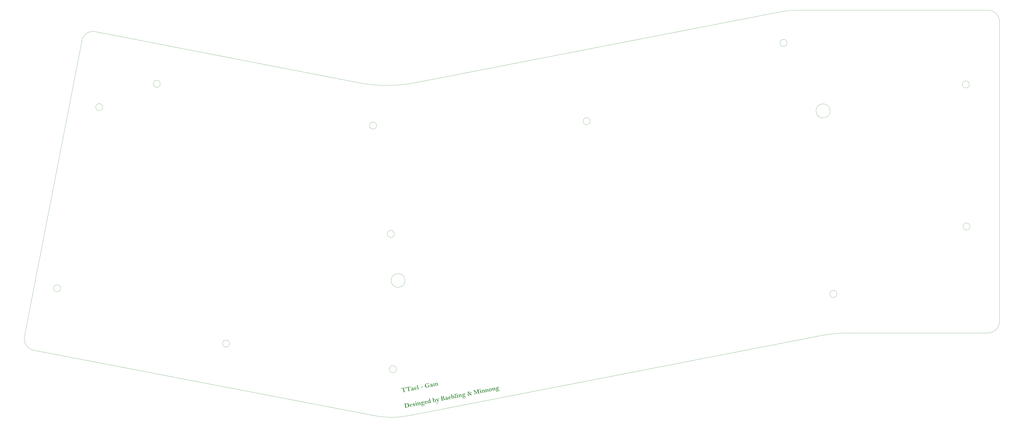
<source format=gbr>
%TF.GenerationSoftware,KiCad,Pcbnew,8.0.4*%
%TF.CreationDate,2024-08-17T15:03:33+09:00*%
%TF.ProjectId,ttaelgam,74746165-6c67-4616-9d2e-6b696361645f,rev?*%
%TF.SameCoordinates,Original*%
%TF.FileFunction,Legend,Top*%
%TF.FilePolarity,Positive*%
%FSLAX46Y46*%
G04 Gerber Fmt 4.6, Leading zero omitted, Abs format (unit mm)*
G04 Created by KiCad (PCBNEW 8.0.4) date 2024-08-17 15:03:33*
%MOMM*%
%LPD*%
G01*
G04 APERTURE LIST*
%ADD10C,0.300000*%
%TA.AperFunction,Profile*%
%ADD11C,0.050000*%
%TD*%
G04 APERTURE END LIST*
D10*
G36*
X262524532Y-295565106D02*
G01*
X262652595Y-295540213D01*
X262774253Y-295516566D01*
X262889504Y-295494163D01*
X262998349Y-295473006D01*
X263100788Y-295453094D01*
X263196821Y-295434427D01*
X263314901Y-295411474D01*
X263421592Y-295390736D01*
X263538941Y-295367925D01*
X263560276Y-295363778D01*
X263657579Y-295344864D01*
X263758523Y-295325243D01*
X263863109Y-295304913D01*
X263971336Y-295283876D01*
X264083205Y-295262131D01*
X264121303Y-295254725D01*
X264220802Y-295235385D01*
X264300640Y-295219866D01*
X264391068Y-295203781D01*
X264423651Y-295300677D01*
X264453866Y-295401218D01*
X264456721Y-295410972D01*
X264515355Y-295605095D01*
X264480268Y-295662673D01*
X264403417Y-295612920D01*
X264336197Y-295536193D01*
X264260212Y-295473172D01*
X264236891Y-295457683D01*
X264144514Y-295413628D01*
X264045139Y-295394332D01*
X264031361Y-295393630D01*
X263929508Y-295397659D01*
X263828524Y-295410238D01*
X263721063Y-295428296D01*
X263676471Y-295436737D01*
X263686738Y-295534443D01*
X263701023Y-295641798D01*
X263716466Y-295741497D01*
X263734862Y-295848284D01*
X263756210Y-295962159D01*
X263775826Y-296061512D01*
X263795818Y-296159674D01*
X263816185Y-296256645D01*
X263836929Y-296352425D01*
X263862318Y-296465790D01*
X263888249Y-296577439D01*
X263913151Y-296679690D01*
X263938555Y-296777934D01*
X263968028Y-296878962D01*
X263987698Y-296930334D01*
X264055872Y-297004248D01*
X264064587Y-297008445D01*
X264166689Y-297018301D01*
X264269309Y-297009457D01*
X264328020Y-297029893D01*
X264287952Y-297069529D01*
X264250551Y-297076799D01*
X263970996Y-297131139D01*
X263857706Y-297153161D01*
X263748247Y-297174437D01*
X263643454Y-297194807D01*
X263574440Y-297208222D01*
X263405253Y-297244095D01*
X263321259Y-297257436D01*
X263284591Y-297235203D01*
X263329467Y-297192143D01*
X263426638Y-297161775D01*
X263499977Y-297106749D01*
X263540063Y-297015330D01*
X263543742Y-296932531D01*
X263531430Y-296825462D01*
X263515689Y-296726105D01*
X263497302Y-296621614D01*
X263478529Y-296520910D01*
X263465759Y-296454540D01*
X263444743Y-296348063D01*
X263423847Y-296245489D01*
X263403071Y-296146821D01*
X263375557Y-296021335D01*
X263348257Y-295902790D01*
X263321172Y-295791187D01*
X263294300Y-295686523D01*
X263267642Y-295588801D01*
X263247789Y-295520064D01*
X263144460Y-295541300D01*
X263047143Y-295564262D01*
X262948563Y-295593350D01*
X262929485Y-295600348D01*
X262843971Y-295648228D01*
X262771929Y-295716660D01*
X262757468Y-295734306D01*
X262702521Y-295819344D01*
X262664311Y-295909697D01*
X262647567Y-295967658D01*
X262604421Y-296027301D01*
X262551504Y-295998274D01*
X262541965Y-295898799D01*
X262536037Y-295829101D01*
X262528709Y-295726773D01*
X262524745Y-295628978D01*
X262524532Y-295565106D01*
G37*
G36*
X264584511Y-295164687D02*
G01*
X264712574Y-295139794D01*
X264834231Y-295116146D01*
X264949482Y-295093744D01*
X265058327Y-295072586D01*
X265160767Y-295052674D01*
X265256800Y-295034007D01*
X265374880Y-295011055D01*
X265481571Y-294990316D01*
X265598920Y-294967506D01*
X265620254Y-294963359D01*
X265717557Y-294944445D01*
X265818502Y-294924824D01*
X265923088Y-294904494D01*
X266031315Y-294883457D01*
X266143183Y-294861712D01*
X266181282Y-294854306D01*
X266280780Y-294834966D01*
X266360619Y-294819447D01*
X266451047Y-294803362D01*
X266483630Y-294900257D01*
X266513845Y-295000799D01*
X266516699Y-295010552D01*
X266575334Y-295204676D01*
X266540246Y-295262254D01*
X266463395Y-295212501D01*
X266396176Y-295135774D01*
X266320190Y-295072753D01*
X266296870Y-295057264D01*
X266204492Y-295013209D01*
X266105118Y-294993913D01*
X266091339Y-294993211D01*
X265989487Y-294997240D01*
X265888503Y-295009819D01*
X265781042Y-295027877D01*
X265736450Y-295036318D01*
X265746716Y-295134024D01*
X265761002Y-295241379D01*
X265776445Y-295341077D01*
X265794840Y-295447864D01*
X265816188Y-295561740D01*
X265835804Y-295661093D01*
X265855796Y-295759255D01*
X265876164Y-295856226D01*
X265896908Y-295952006D01*
X265922297Y-296065370D01*
X265948227Y-296177020D01*
X265973130Y-296279271D01*
X265998533Y-296377515D01*
X266028007Y-296478542D01*
X266047676Y-296529915D01*
X266115851Y-296603829D01*
X266124565Y-296608026D01*
X266226668Y-296617881D01*
X266329287Y-296609038D01*
X266387999Y-296629473D01*
X266347931Y-296669110D01*
X266310529Y-296676380D01*
X266030974Y-296730720D01*
X265917684Y-296752742D01*
X265808225Y-296774018D01*
X265703433Y-296794388D01*
X265634419Y-296807803D01*
X265465231Y-296843675D01*
X265381237Y-296857016D01*
X265344570Y-296834784D01*
X265389446Y-296791724D01*
X265486616Y-296761355D01*
X265559955Y-296706330D01*
X265600042Y-296614911D01*
X265603721Y-296532112D01*
X265591408Y-296425043D01*
X265575667Y-296325686D01*
X265557281Y-296221195D01*
X265538507Y-296120490D01*
X265525738Y-296054121D01*
X265504721Y-295947643D01*
X265483825Y-295845070D01*
X265463050Y-295746401D01*
X265435536Y-295620916D01*
X265408236Y-295502371D01*
X265381150Y-295390767D01*
X265354278Y-295286104D01*
X265327620Y-295188382D01*
X265307767Y-295119645D01*
X265204438Y-295140881D01*
X265107122Y-295163843D01*
X265008542Y-295192930D01*
X264989464Y-295199929D01*
X264903949Y-295247809D01*
X264831908Y-295316240D01*
X264817447Y-295333887D01*
X264762500Y-295418925D01*
X264724289Y-295509278D01*
X264707546Y-295567239D01*
X264664400Y-295626882D01*
X264611483Y-295597855D01*
X264601944Y-295498380D01*
X264596016Y-295428682D01*
X264588687Y-295326353D01*
X264584724Y-295228558D01*
X264584511Y-295164687D01*
G37*
G36*
X267526682Y-295250154D02*
G01*
X267619044Y-295284904D01*
X267684647Y-295340870D01*
X267727757Y-295434310D01*
X267752915Y-295533508D01*
X267754642Y-295542240D01*
X267813389Y-295857265D01*
X267833660Y-295957266D01*
X267857221Y-296060362D01*
X267886282Y-296158681D01*
X267892154Y-296172878D01*
X267971407Y-296230338D01*
X267978262Y-296229292D01*
X267999560Y-296223659D01*
X268035444Y-296213698D01*
X268098138Y-296241819D01*
X268083510Y-296289449D01*
X267997442Y-296340245D01*
X267953506Y-296360501D01*
X267860663Y-296397938D01*
X267762405Y-296425902D01*
X267750711Y-296428285D01*
X267651482Y-296435144D01*
X267617755Y-296425267D01*
X267559498Y-296343339D01*
X267558249Y-296339299D01*
X267484800Y-296408812D01*
X267407650Y-296463122D01*
X267316536Y-296506585D01*
X267242430Y-296527085D01*
X267138304Y-296533035D01*
X267043370Y-296504136D01*
X267013788Y-296484941D01*
X266943268Y-296408806D01*
X266904337Y-296317723D01*
X266899372Y-296295690D01*
X266894605Y-296195024D01*
X266908844Y-296135819D01*
X267185641Y-296135819D01*
X267192795Y-296192374D01*
X267224790Y-296289742D01*
X267262887Y-296340479D01*
X267356671Y-296376623D01*
X267371053Y-296374691D01*
X267458511Y-296326006D01*
X267501152Y-296268288D01*
X267529635Y-296168061D01*
X267527624Y-296060775D01*
X267515169Y-295979427D01*
X267492621Y-295877197D01*
X267469856Y-295782055D01*
X267462464Y-295751806D01*
X267399305Y-295830291D01*
X267329486Y-295894597D01*
X267255999Y-295964275D01*
X267201969Y-296037322D01*
X267185641Y-296135819D01*
X266908844Y-296135819D01*
X266912289Y-296121497D01*
X266958865Y-296034726D01*
X267002111Y-295987094D01*
X267082222Y-295925616D01*
X267169618Y-295868810D01*
X267203952Y-295847837D01*
X267288339Y-295795986D01*
X267362981Y-295741783D01*
X267417913Y-295660570D01*
X267421819Y-295650228D01*
X267431672Y-295552115D01*
X267426103Y-295513543D01*
X267390020Y-295420914D01*
X267354199Y-295381714D01*
X267258814Y-295348937D01*
X267221191Y-295352829D01*
X267134877Y-295401098D01*
X267132000Y-295405996D01*
X267111519Y-295504488D01*
X267111120Y-295528987D01*
X267094912Y-295625349D01*
X267028401Y-295700952D01*
X266975875Y-295718996D01*
X266877761Y-295705377D01*
X266874887Y-295703792D01*
X266818875Y-295622191D01*
X266817218Y-295614481D01*
X266821329Y-295511407D01*
X266876371Y-295421922D01*
X266918954Y-295385204D01*
X267005571Y-295331891D01*
X267105394Y-295289520D01*
X267206527Y-295260743D01*
X267242615Y-295253120D01*
X267342676Y-295238773D01*
X267440889Y-295237082D01*
X267526682Y-295250154D01*
G37*
G36*
X268828887Y-294984471D02*
G01*
X268928877Y-295018663D01*
X269018172Y-295077513D01*
X269028582Y-295086603D01*
X269102771Y-295161382D01*
X269166101Y-295246745D01*
X269211467Y-295343128D01*
X269224281Y-295391926D01*
X269210132Y-295457378D01*
X269116112Y-295484819D01*
X269046565Y-295499125D01*
X268462666Y-295621083D01*
X268472892Y-295678810D01*
X268500616Y-295781946D01*
X268541318Y-295872875D01*
X268601765Y-295959592D01*
X268630430Y-295990059D01*
X268709351Y-296048459D01*
X268804966Y-296079443D01*
X268909803Y-296075588D01*
X269008272Y-296040897D01*
X269091031Y-295984222D01*
X269159934Y-295913601D01*
X269200770Y-295859789D01*
X269240838Y-295820152D01*
X269283392Y-295852188D01*
X269245713Y-295943965D01*
X269223606Y-295977269D01*
X269157671Y-296053875D01*
X269074930Y-296118508D01*
X269048204Y-296134775D01*
X268956804Y-296179284D01*
X268860160Y-296211178D01*
X268813787Y-296221644D01*
X268713606Y-296234907D01*
X268604399Y-296233190D01*
X268503452Y-296212960D01*
X268410766Y-296174218D01*
X268349618Y-296135212D01*
X268273811Y-296069417D01*
X268204050Y-295983537D01*
X268152290Y-295886258D01*
X268121766Y-295791789D01*
X268115576Y-295763194D01*
X268102187Y-295660834D01*
X268102566Y-295562341D01*
X268120409Y-295452319D01*
X268135240Y-295409849D01*
X268444215Y-295409849D01*
X268452922Y-295527432D01*
X268552085Y-295509600D01*
X268653236Y-295491244D01*
X268684126Y-295485476D01*
X268781231Y-295463382D01*
X268866368Y-295427161D01*
X268883277Y-295329823D01*
X268849719Y-295231435D01*
X268790640Y-295150255D01*
X268780834Y-295140731D01*
X268693372Y-295086676D01*
X268612732Y-295082341D01*
X268524883Y-295125294D01*
X268468965Y-295213793D01*
X268447981Y-295310058D01*
X268444215Y-295409849D01*
X268135240Y-295409849D01*
X268156992Y-295347561D01*
X268203263Y-295261957D01*
X268271462Y-295172498D01*
X268351611Y-295099432D01*
X268443709Y-295042760D01*
X268547757Y-295002482D01*
X268612578Y-294986827D01*
X268718201Y-294974939D01*
X268828887Y-294984471D01*
G37*
G36*
X269633338Y-294119598D02*
G01*
X269857423Y-295251937D01*
X269876858Y-295349289D01*
X269900849Y-295465491D01*
X269922643Y-295566149D01*
X269946795Y-295670114D01*
X269974840Y-295774862D01*
X270001012Y-295839592D01*
X270094888Y-295874669D01*
X270119341Y-295872326D01*
X270217755Y-295878718D01*
X270219490Y-295883214D01*
X270167714Y-295926619D01*
X270120722Y-295935754D01*
X270023689Y-295954615D01*
X269921156Y-295974545D01*
X269867061Y-295985060D01*
X269763048Y-296005278D01*
X269666697Y-296024007D01*
X269571682Y-296042476D01*
X269523252Y-296051890D01*
X269456575Y-296033998D01*
X269518993Y-295989022D01*
X269609417Y-295951355D01*
X269622050Y-295940625D01*
X269651091Y-295867302D01*
X269638985Y-295769819D01*
X269620735Y-295670170D01*
X269510508Y-295131266D01*
X269431590Y-294702224D01*
X269409686Y-294596034D01*
X269386438Y-294499752D01*
X269355134Y-294405487D01*
X269343354Y-294383974D01*
X269251157Y-294338346D01*
X269181044Y-294334908D01*
X269100569Y-294317707D01*
X269113437Y-294294306D01*
X269194528Y-294268591D01*
X269293034Y-294240684D01*
X269398491Y-294208109D01*
X269493752Y-294175516D01*
X269590138Y-294138243D01*
X269633338Y-294119598D01*
G37*
G36*
X270906112Y-295066007D02*
G01*
X270905568Y-295024809D01*
X270961991Y-295007870D01*
X271729688Y-294858645D01*
X271787389Y-294853401D01*
X271803277Y-294891616D01*
X271827324Y-295015329D01*
X271827482Y-295057100D01*
X271771445Y-295073466D01*
X271003748Y-295222691D01*
X270945182Y-295228601D01*
X270930160Y-295189720D01*
X270906112Y-295066007D01*
G37*
G36*
X274308157Y-293393037D02*
G01*
X274421937Y-293771014D01*
X274433016Y-293812652D01*
X274404589Y-293860974D01*
X274339059Y-293825939D01*
X274272692Y-293746951D01*
X274201364Y-293676738D01*
X274125074Y-293615300D01*
X274031810Y-293555830D01*
X273995165Y-293536483D01*
X273894631Y-293495936D01*
X273790900Y-293473179D01*
X273683970Y-293468212D01*
X273573843Y-293481034D01*
X273471689Y-293509761D01*
X273381724Y-293553858D01*
X273303949Y-293613325D01*
X273238364Y-293688162D01*
X273184969Y-293778370D01*
X273169880Y-293811855D01*
X273132929Y-293916699D01*
X273108620Y-294025558D01*
X273096954Y-294138434D01*
X273097929Y-294255325D01*
X273108399Y-294355802D01*
X273118895Y-294417426D01*
X273145078Y-294528689D01*
X273178772Y-294631713D01*
X273219976Y-294726497D01*
X273268690Y-294813043D01*
X273337060Y-294906022D01*
X273416246Y-294987137D01*
X273501652Y-295053571D01*
X273588324Y-295102580D01*
X273691043Y-295137732D01*
X273795485Y-295149166D01*
X273886378Y-295140088D01*
X273982189Y-295110639D01*
X274069285Y-295064073D01*
X274087656Y-295051698D01*
X274162242Y-294988361D01*
X274204770Y-294919455D01*
X274212937Y-294816989D01*
X274203302Y-294748059D01*
X274181139Y-294640121D01*
X274156376Y-294537429D01*
X274127199Y-294453824D01*
X274057020Y-294385445D01*
X274051321Y-294383479D01*
X273954001Y-294374699D01*
X273873638Y-294378207D01*
X273817804Y-294357212D01*
X273858831Y-294317389D01*
X274062623Y-294277776D01*
X274684548Y-294156885D01*
X274730926Y-294172752D01*
X274718258Y-294194622D01*
X274625691Y-294229400D01*
X274608728Y-294235320D01*
X274529932Y-294295322D01*
X274525677Y-294304710D01*
X274529041Y-294406789D01*
X274542119Y-294509477D01*
X274559377Y-294624900D01*
X274578022Y-294740410D01*
X274591491Y-294837542D01*
X274591469Y-294840308D01*
X274517940Y-294907614D01*
X274449408Y-294961973D01*
X274368540Y-295021092D01*
X274284826Y-295074073D01*
X274198266Y-295120915D01*
X274148947Y-295144286D01*
X274049122Y-295184947D01*
X273948196Y-295217948D01*
X273846171Y-295243291D01*
X273825634Y-295247440D01*
X273722850Y-295263448D01*
X273622725Y-295270996D01*
X273509274Y-295269111D01*
X273399443Y-295255711D01*
X273308182Y-295235061D01*
X273206641Y-295200731D01*
X273111517Y-295156295D01*
X273022811Y-295101754D01*
X272940523Y-295037107D01*
X272896382Y-294995629D01*
X272826854Y-294915249D01*
X272768673Y-294825138D01*
X272721841Y-294725296D01*
X272690731Y-294631973D01*
X272671176Y-294548743D01*
X272654647Y-294428834D01*
X272652189Y-294311560D01*
X272663801Y-294196921D01*
X272689484Y-294084917D01*
X272729238Y-293975547D01*
X272783062Y-293868813D01*
X272808532Y-293826857D01*
X272865778Y-293747150D01*
X272948404Y-293658223D01*
X273043330Y-293581193D01*
X273128125Y-293528135D01*
X273220793Y-293482691D01*
X273321331Y-293444860D01*
X273429741Y-293414643D01*
X273486898Y-293402390D01*
X273587294Y-293386568D01*
X273692189Y-293378773D01*
X273791278Y-293381044D01*
X273892378Y-293390932D01*
X273992923Y-293404978D01*
X274090447Y-293421737D01*
X274113023Y-293425991D01*
X274173654Y-293428139D01*
X274207635Y-293380231D01*
X274247345Y-293318271D01*
X274308157Y-293393037D01*
G37*
G36*
X275636169Y-293673830D02*
G01*
X275728532Y-293708579D01*
X275794134Y-293764546D01*
X275837244Y-293857985D01*
X275862402Y-293957183D01*
X275864129Y-293965916D01*
X275922876Y-294280941D01*
X275943147Y-294380941D01*
X275966708Y-294484037D01*
X275995769Y-294582356D01*
X276001642Y-294596553D01*
X276080895Y-294654014D01*
X276087749Y-294652967D01*
X276109048Y-294647334D01*
X276144931Y-294637373D01*
X276207625Y-294665495D01*
X276192997Y-294713125D01*
X276106929Y-294763921D01*
X276062993Y-294784177D01*
X275970150Y-294821614D01*
X275871892Y-294849577D01*
X275860199Y-294851961D01*
X275760969Y-294858819D01*
X275727243Y-294848942D01*
X275668985Y-294767015D01*
X275667736Y-294762974D01*
X275594288Y-294832488D01*
X275517137Y-294886797D01*
X275426023Y-294930260D01*
X275351917Y-294950761D01*
X275247792Y-294956710D01*
X275152858Y-294927811D01*
X275123276Y-294908617D01*
X275052756Y-294832482D01*
X275013824Y-294741398D01*
X275008859Y-294719365D01*
X275004092Y-294618699D01*
X275018331Y-294559494D01*
X275295128Y-294559494D01*
X275302282Y-294616050D01*
X275334277Y-294713417D01*
X275372374Y-294764155D01*
X275466158Y-294800298D01*
X275480540Y-294798366D01*
X275567998Y-294749681D01*
X275610639Y-294691964D01*
X275639122Y-294591736D01*
X275637111Y-294484450D01*
X275624656Y-294403103D01*
X275602108Y-294300873D01*
X275579343Y-294205730D01*
X275571951Y-294175481D01*
X275508792Y-294253966D01*
X275438973Y-294318272D01*
X275365487Y-294387951D01*
X275311456Y-294460997D01*
X275295128Y-294559494D01*
X275018331Y-294559494D01*
X275021776Y-294545172D01*
X275068352Y-294458402D01*
X275111599Y-294410770D01*
X275191710Y-294349292D01*
X275279105Y-294292486D01*
X275313439Y-294271513D01*
X275397826Y-294219662D01*
X275472468Y-294165459D01*
X275527400Y-294084245D01*
X275531306Y-294073903D01*
X275541160Y-293975790D01*
X275535590Y-293937218D01*
X275499507Y-293844590D01*
X275463686Y-293805390D01*
X275368301Y-293772613D01*
X275330678Y-293776505D01*
X275244364Y-293824773D01*
X275241487Y-293829671D01*
X275221006Y-293928163D01*
X275220608Y-293952663D01*
X275204400Y-294049025D01*
X275137888Y-294124627D01*
X275085362Y-294142672D01*
X274987248Y-294129052D01*
X274984374Y-294127468D01*
X274928362Y-294045866D01*
X274926706Y-294038156D01*
X274930816Y-293935083D01*
X274985859Y-293845597D01*
X275028442Y-293808879D01*
X275115058Y-293755566D01*
X275214881Y-293713196D01*
X275316014Y-293684418D01*
X275352102Y-293676796D01*
X275452163Y-293662448D01*
X275550376Y-293660758D01*
X275636169Y-293673830D01*
G37*
G36*
X276637058Y-293646480D02*
G01*
X276696228Y-293560031D01*
X276764128Y-293483486D01*
X276802326Y-293449640D01*
X276888760Y-293393549D01*
X276981174Y-293360350D01*
X276993947Y-293357653D01*
X277095443Y-293351426D01*
X277153263Y-293358036D01*
X277247733Y-293391551D01*
X277335763Y-293447552D01*
X277357512Y-293464139D01*
X277425282Y-293386306D01*
X277503097Y-293317895D01*
X277532102Y-293297335D01*
X277623509Y-293247778D01*
X277720879Y-293216525D01*
X277734312Y-293213741D01*
X277832168Y-293203025D01*
X277934773Y-293215791D01*
X278025382Y-293262162D01*
X278094819Y-293343254D01*
X278138553Y-293435493D01*
X278166931Y-293537679D01*
X278169442Y-293550154D01*
X278252674Y-294014187D01*
X278272994Y-294110823D01*
X278300341Y-294207832D01*
X278315183Y-294235922D01*
X278410345Y-294258139D01*
X278425907Y-294257693D01*
X278478492Y-294277329D01*
X278429686Y-294320655D01*
X278402354Y-294325968D01*
X278299480Y-294345964D01*
X278197051Y-294365874D01*
X278155885Y-294373876D01*
X278058853Y-294392737D01*
X277980384Y-294407990D01*
X277907978Y-294422064D01*
X277834495Y-294404998D01*
X277873031Y-294365161D01*
X277960943Y-294321724D01*
X277961889Y-294320519D01*
X277967224Y-294217484D01*
X277964694Y-294191586D01*
X277950785Y-294088831D01*
X277933302Y-293984938D01*
X277915526Y-293888236D01*
X277903726Y-293826732D01*
X277881993Y-293719083D01*
X277859955Y-293620336D01*
X277834546Y-293525497D01*
X277828903Y-293508363D01*
X277783750Y-293421074D01*
X277747941Y-293386257D01*
X277651024Y-293358490D01*
X277631103Y-293361196D01*
X277540414Y-293404776D01*
X277520507Y-293422006D01*
X277456462Y-293499536D01*
X277419642Y-293561043D01*
X277423110Y-293665667D01*
X277432028Y-293768972D01*
X277446436Y-293884856D01*
X277462636Y-293991034D01*
X277482648Y-294105948D01*
X277496485Y-294179090D01*
X277518823Y-294278886D01*
X277554437Y-294372103D01*
X277560260Y-294379181D01*
X277658632Y-294403928D01*
X277679788Y-294402724D01*
X277736502Y-294420562D01*
X277678293Y-294466711D01*
X277580190Y-294485780D01*
X277574718Y-294486844D01*
X277475334Y-294506162D01*
X277400656Y-294520678D01*
X277298354Y-294540563D01*
X277200489Y-294559587D01*
X277193028Y-294561037D01*
X277146035Y-294570171D01*
X277080611Y-294551040D01*
X277132666Y-294509073D01*
X277206047Y-294442092D01*
X277212657Y-294403454D01*
X277203793Y-294296634D01*
X277189051Y-294198112D01*
X277171423Y-294094303D01*
X277153825Y-293997047D01*
X277133119Y-293887162D01*
X277121600Y-293827483D01*
X277098735Y-293724636D01*
X277068495Y-293627285D01*
X277032629Y-293556650D01*
X276950047Y-293501306D01*
X276903205Y-293502685D01*
X276812187Y-293541930D01*
X276745561Y-293619542D01*
X276714695Y-293692597D01*
X276697551Y-293790323D01*
X276696245Y-293902716D01*
X276705300Y-294019022D01*
X276720020Y-294130025D01*
X276736492Y-294228044D01*
X276746293Y-294280126D01*
X276767694Y-294379697D01*
X276797163Y-294478909D01*
X276818670Y-294519350D01*
X276913567Y-294550939D01*
X276922161Y-294549991D01*
X276978782Y-294567350D01*
X276930256Y-294612115D01*
X276892374Y-294619478D01*
X276789706Y-294639435D01*
X276693130Y-294658207D01*
X276652139Y-294666175D01*
X276548498Y-294686321D01*
X276451957Y-294705086D01*
X276418618Y-294711567D01*
X276370187Y-294720981D01*
X276319627Y-294698960D01*
X276363531Y-294658578D01*
X276453083Y-294616950D01*
X276457584Y-294609941D01*
X276463139Y-294511328D01*
X276458658Y-294464424D01*
X276444091Y-294360333D01*
X276426235Y-294254870D01*
X276405594Y-294142032D01*
X276384175Y-294030042D01*
X276364516Y-293930497D01*
X276343423Y-293828710D01*
X276319965Y-293728958D01*
X276317543Y-293720530D01*
X276262949Y-293638326D01*
X276254787Y-293633203D01*
X276154538Y-293616936D01*
X276142011Y-293618798D01*
X276080995Y-293599307D01*
X276130080Y-293557420D01*
X276230725Y-293530229D01*
X276329666Y-293501571D01*
X276338189Y-293499053D01*
X276436644Y-293471425D01*
X276532109Y-293448092D01*
X276578691Y-293438371D01*
X276613114Y-293533948D01*
X276619961Y-293566202D01*
X276637058Y-293646480D01*
G37*
G36*
X265072152Y-301958751D02*
G01*
X265184189Y-301970477D01*
X265248212Y-301981475D01*
X265356668Y-302010008D01*
X265458037Y-302052063D01*
X265552319Y-302107640D01*
X265639514Y-302176738D01*
X265686158Y-302222294D01*
X265749876Y-302296916D01*
X265812807Y-302391498D01*
X265856971Y-302479018D01*
X265892110Y-302572491D01*
X265918224Y-302671917D01*
X265921699Y-302689067D01*
X265936132Y-302790515D01*
X265939722Y-302890587D01*
X265932470Y-302989283D01*
X265914376Y-303086603D01*
X265885517Y-303180386D01*
X265840388Y-303279654D01*
X265781852Y-303372317D01*
X265735379Y-303430423D01*
X265660339Y-303508498D01*
X265583142Y-303573451D01*
X265494838Y-303630232D01*
X265458771Y-303648408D01*
X265362107Y-303687929D01*
X265264911Y-303718915D01*
X265158054Y-303745560D01*
X265107460Y-303756009D01*
X265011146Y-303774730D01*
X264907194Y-303794936D01*
X264790077Y-303817702D01*
X264672726Y-303840512D01*
X264620757Y-303850614D01*
X264324219Y-303909748D01*
X264149691Y-303941185D01*
X264070892Y-303950530D01*
X264050701Y-303928578D01*
X264102942Y-303887571D01*
X264197027Y-303859579D01*
X264257747Y-303818665D01*
X264294538Y-303726881D01*
X264295637Y-303667982D01*
X264285304Y-303562503D01*
X264272058Y-303461074D01*
X264256294Y-303351907D01*
X264242650Y-303262265D01*
X264224980Y-303150479D01*
X264207169Y-303042289D01*
X264189218Y-302937696D01*
X264171125Y-302836699D01*
X264152892Y-302739299D01*
X264146784Y-302707631D01*
X264125659Y-302603455D01*
X264101520Y-302496553D01*
X264075029Y-302396806D01*
X264040303Y-302300959D01*
X264027440Y-302277987D01*
X263943210Y-302223751D01*
X263839584Y-302222939D01*
X263784442Y-302197828D01*
X263811302Y-302169606D01*
X264464689Y-302169606D01*
X264476580Y-302271371D01*
X264491490Y-302371840D01*
X264506560Y-302469499D01*
X264577685Y-302922449D01*
X264594956Y-303022438D01*
X264612924Y-303121714D01*
X264633353Y-303230774D01*
X264653249Y-303334229D01*
X264675084Y-303438063D01*
X264701699Y-303538519D01*
X264718952Y-303585201D01*
X264782067Y-303662692D01*
X264811278Y-303678723D01*
X264913732Y-303692592D01*
X264997978Y-303681745D01*
X265098739Y-303655056D01*
X265188477Y-303616304D01*
X265279240Y-303555847D01*
X265355002Y-303478971D01*
X265407999Y-303400008D01*
X265448524Y-303310074D01*
X265475198Y-303210622D01*
X265488020Y-303101651D01*
X265488124Y-303003570D01*
X265478609Y-302898879D01*
X265464071Y-302810367D01*
X265438042Y-302699587D01*
X265404579Y-302596812D01*
X265363682Y-302502043D01*
X265315351Y-302415280D01*
X265247540Y-302321731D01*
X265169024Y-302239711D01*
X265081523Y-302172669D01*
X264986827Y-302124415D01*
X264884937Y-302094949D01*
X264775852Y-302084272D01*
X264659572Y-302092383D01*
X264619214Y-302099262D01*
X264522538Y-302122305D01*
X264487467Y-302138307D01*
X264464689Y-302169606D01*
X263811302Y-302169606D01*
X263821633Y-302158751D01*
X263921829Y-302139275D01*
X263995696Y-302124917D01*
X264096985Y-302105228D01*
X264197120Y-302085764D01*
X264224902Y-302080363D01*
X264736060Y-301981004D01*
X264848088Y-301964015D01*
X264960118Y-301956597D01*
X265072152Y-301958751D01*
G37*
G36*
X266938679Y-302197666D02*
G01*
X267038670Y-302231857D01*
X267127964Y-302290707D01*
X267138374Y-302299797D01*
X267212563Y-302374576D01*
X267275893Y-302459939D01*
X267321259Y-302556323D01*
X267334073Y-302605121D01*
X267319924Y-302670572D01*
X267225904Y-302698013D01*
X267156357Y-302712319D01*
X266572459Y-302834277D01*
X266582685Y-302892005D01*
X266610408Y-302995140D01*
X266651110Y-303086070D01*
X266711557Y-303172786D01*
X266740223Y-303203253D01*
X266819143Y-303261653D01*
X266914758Y-303292637D01*
X267019596Y-303288782D01*
X267118064Y-303254091D01*
X267200824Y-303197417D01*
X267269726Y-303126796D01*
X267310562Y-303072983D01*
X267350630Y-303033347D01*
X267393184Y-303065383D01*
X267355505Y-303157160D01*
X267333398Y-303190463D01*
X267267463Y-303267070D01*
X267184723Y-303331702D01*
X267157996Y-303347970D01*
X267066596Y-303392478D01*
X266969953Y-303424373D01*
X266923579Y-303434839D01*
X266823399Y-303448101D01*
X266714192Y-303446384D01*
X266613245Y-303426155D01*
X266520558Y-303387413D01*
X266459410Y-303348406D01*
X266383604Y-303282612D01*
X266313843Y-303196732D01*
X266262082Y-303099453D01*
X266231558Y-303004983D01*
X266225368Y-302976389D01*
X266211979Y-302874029D01*
X266212358Y-302775536D01*
X266230201Y-302665514D01*
X266245032Y-302623044D01*
X266554008Y-302623044D01*
X266562715Y-302740627D01*
X266661877Y-302722795D01*
X266763029Y-302704439D01*
X266793919Y-302698671D01*
X266891023Y-302676577D01*
X266976161Y-302640356D01*
X266993069Y-302543017D01*
X266959512Y-302444630D01*
X266900432Y-302363450D01*
X266890627Y-302353926D01*
X266803164Y-302299871D01*
X266722524Y-302295536D01*
X266634675Y-302338489D01*
X266578757Y-302426988D01*
X266557774Y-302523252D01*
X266554008Y-302623044D01*
X266245032Y-302623044D01*
X266266784Y-302560756D01*
X266313055Y-302475152D01*
X266381254Y-302385692D01*
X266461403Y-302312627D01*
X266553501Y-302255955D01*
X266657549Y-302215677D01*
X266722370Y-302200021D01*
X266827994Y-302188134D01*
X266938679Y-302197666D01*
G37*
G36*
X268496840Y-302706541D02*
G01*
X268503054Y-302806352D01*
X268483295Y-302908226D01*
X268440315Y-302999870D01*
X268377228Y-303076848D01*
X268360824Y-303092268D01*
X268280194Y-303148860D01*
X268184261Y-303187565D01*
X268134824Y-303199397D01*
X268032370Y-303211488D01*
X267928077Y-303205080D01*
X267832590Y-303178027D01*
X267760080Y-303158283D01*
X267737794Y-303186999D01*
X267697298Y-303252595D01*
X267669847Y-303244495D01*
X267639750Y-303148749D01*
X267635210Y-303130304D01*
X267612889Y-303032971D01*
X267591250Y-302929122D01*
X267582693Y-302885727D01*
X267604674Y-302824724D01*
X267685491Y-302886539D01*
X267688716Y-302890994D01*
X267759657Y-302979013D01*
X267833294Y-303045443D01*
X267922612Y-303095661D01*
X268029184Y-303117073D01*
X268098227Y-303110966D01*
X268190935Y-303073423D01*
X268223315Y-303045348D01*
X268259009Y-302951094D01*
X268255516Y-302919160D01*
X268204066Y-302833615D01*
X268183344Y-302819232D01*
X268092828Y-302778625D01*
X267995805Y-302747438D01*
X267967265Y-302739315D01*
X267870416Y-302710295D01*
X267776313Y-302677230D01*
X267683556Y-302636050D01*
X267635069Y-302607324D01*
X267563955Y-302537232D01*
X267522088Y-302448175D01*
X267512182Y-302407776D01*
X267506653Y-302305519D01*
X267535222Y-302203605D01*
X267580342Y-302133769D01*
X267656793Y-302061678D01*
X267750498Y-302009990D01*
X267850659Y-301980704D01*
X267955707Y-301972951D01*
X268057116Y-301987103D01*
X268143728Y-302013808D01*
X268177133Y-302019258D01*
X268198207Y-301984308D01*
X268230163Y-301938784D01*
X268256655Y-301947070D01*
X268291160Y-302041553D01*
X268301561Y-302075687D01*
X268328565Y-302170858D01*
X268351156Y-302266892D01*
X268352137Y-302271874D01*
X268331687Y-302333077D01*
X268253833Y-302272087D01*
X268250801Y-302267686D01*
X268187132Y-302188570D01*
X268108340Y-302121070D01*
X268012345Y-302076632D01*
X267910006Y-302067079D01*
X267869993Y-302072490D01*
X267776552Y-302110962D01*
X267750286Y-302135072D01*
X267717608Y-302225523D01*
X267778472Y-302303532D01*
X267799131Y-302314676D01*
X267893420Y-302350487D01*
X267997248Y-302380709D01*
X268066250Y-302398606D01*
X268161091Y-302423256D01*
X268255259Y-302451228D01*
X268301164Y-302467896D01*
X268385208Y-302519894D01*
X268425110Y-302560248D01*
X268477403Y-302643303D01*
X268496840Y-302706541D01*
G37*
G36*
X268914883Y-301296116D02*
G01*
X268905912Y-301395172D01*
X268882601Y-301437249D01*
X268807289Y-301501475D01*
X268756473Y-301517998D01*
X268656107Y-301513290D01*
X268608321Y-301490563D01*
X268540759Y-301415579D01*
X268526479Y-301371614D01*
X268534832Y-301271802D01*
X268557709Y-301230189D01*
X268633299Y-301166347D01*
X268684889Y-301149733D01*
X268784153Y-301154441D01*
X268831989Y-301176874D01*
X268900380Y-301251505D01*
X268914883Y-301296116D01*
G37*
G36*
X269023542Y-301752718D02*
G01*
X269044660Y-301850387D01*
X269066804Y-301957046D01*
X269088108Y-302062107D01*
X269112003Y-302181874D01*
X269132985Y-302288277D01*
X269155625Y-302404092D01*
X269161544Y-302434517D01*
X269214845Y-302729202D01*
X269248620Y-302823612D01*
X269266731Y-302842529D01*
X269365219Y-302864045D01*
X269369410Y-302863873D01*
X269451604Y-302882232D01*
X269397644Y-302922081D01*
X269299344Y-302941189D01*
X269197761Y-302960935D01*
X269096745Y-302980570D01*
X269005404Y-302998325D01*
X268905804Y-303017685D01*
X268859633Y-303026660D01*
X268799214Y-303038404D01*
X268734163Y-303021191D01*
X268805985Y-302973392D01*
X268893378Y-302922775D01*
X268907659Y-302879482D01*
X268897667Y-302776140D01*
X268880050Y-302671925D01*
X268871472Y-302626754D01*
X268850683Y-302521762D01*
X268829908Y-302420767D01*
X268809149Y-302323770D01*
X268785442Y-302217811D01*
X268776558Y-302179423D01*
X268751799Y-302079118D01*
X268721948Y-301983954D01*
X268703740Y-301950734D01*
X268606905Y-301931295D01*
X268591178Y-301932306D01*
X268519133Y-301914960D01*
X268581058Y-301872567D01*
X268608977Y-301865150D01*
X269023542Y-301752718D01*
G37*
G36*
X269874139Y-301845649D02*
G01*
X269923700Y-301754767D01*
X269985193Y-301671750D01*
X270036398Y-301620531D01*
X270118357Y-301562715D01*
X270209379Y-301524489D01*
X270254447Y-301513455D01*
X270355236Y-301507797D01*
X270452375Y-301530716D01*
X270539275Y-301578693D01*
X270592250Y-301635896D01*
X270634841Y-301727159D01*
X270660301Y-301822779D01*
X270663671Y-301839477D01*
X270757553Y-302389022D01*
X270782354Y-302486263D01*
X270806773Y-302534715D01*
X270901447Y-302566075D01*
X270961770Y-302589681D01*
X270914337Y-302627266D01*
X270817423Y-302646104D01*
X270719176Y-302665202D01*
X270633823Y-302681792D01*
X270536551Y-302700700D01*
X270455924Y-302716372D01*
X270389752Y-302729235D01*
X270328829Y-302710224D01*
X270372547Y-302668883D01*
X270439281Y-302623068D01*
X270447073Y-302521950D01*
X270435745Y-302421574D01*
X270432262Y-302397513D01*
X270417216Y-302298829D01*
X270401089Y-302200665D01*
X270383882Y-302103022D01*
X270365595Y-302005900D01*
X270344379Y-301907793D01*
X270316646Y-301809974D01*
X270275559Y-301719350D01*
X270192675Y-301662616D01*
X270133975Y-301664265D01*
X270043332Y-301716174D01*
X269985631Y-301802442D01*
X269955106Y-301878180D01*
X269931359Y-301984499D01*
X269924338Y-302094754D01*
X269928541Y-302202054D01*
X269939249Y-302300495D01*
X269956508Y-302407138D01*
X269960747Y-302429451D01*
X269982479Y-302529422D01*
X270011810Y-302624876D01*
X270013413Y-302628716D01*
X270061879Y-302701404D01*
X270150054Y-302712131D01*
X270193993Y-302735936D01*
X270144722Y-302776864D01*
X270085262Y-302788422D01*
X269985404Y-302807832D01*
X269944766Y-302815732D01*
X269841103Y-302835882D01*
X269739001Y-302855728D01*
X269642590Y-302874469D01*
X269626850Y-302877528D01*
X269594243Y-302883866D01*
X269538409Y-302862871D01*
X269577038Y-302823514D01*
X269661035Y-302769781D01*
X269662220Y-302767644D01*
X269670357Y-302667908D01*
X269661646Y-302572685D01*
X269647393Y-302466959D01*
X269630667Y-302362009D01*
X269612699Y-302260930D01*
X269599987Y-302194032D01*
X269580423Y-302097164D01*
X269556651Y-301991669D01*
X269528282Y-301890768D01*
X269512831Y-301853178D01*
X269439524Y-301787992D01*
X269396756Y-301775718D01*
X269334901Y-301751912D01*
X269409280Y-301709587D01*
X269515569Y-301686936D01*
X269610502Y-301662511D01*
X269703730Y-301632913D01*
X269766305Y-301608340D01*
X269819285Y-301696362D01*
X269857049Y-301787797D01*
X269874139Y-301845649D01*
G37*
G36*
X272216152Y-301154248D02*
G01*
X272255096Y-301171345D01*
X272321103Y-301246177D01*
X272325778Y-301263601D01*
X272308110Y-301359594D01*
X272227425Y-301416420D01*
X272219944Y-301418035D01*
X272121038Y-301395898D01*
X272079200Y-301349351D01*
X272017494Y-301298146D01*
X271939366Y-301364386D01*
X271923532Y-301383093D01*
X271987202Y-301463673D01*
X272028335Y-301554219D01*
X272039719Y-301599370D01*
X272046930Y-301700692D01*
X272028730Y-301799725D01*
X272011759Y-301844662D01*
X271962201Y-301932494D01*
X271893343Y-302006946D01*
X271864859Y-302028476D01*
X271772797Y-302078970D01*
X271681206Y-302115590D01*
X271583329Y-302146897D01*
X271489046Y-302179502D01*
X271402168Y-302231168D01*
X271395824Y-302239576D01*
X271376438Y-302334410D01*
X271456038Y-302395156D01*
X271465489Y-302395726D01*
X271569761Y-302389103D01*
X271675930Y-302375557D01*
X271776557Y-302360663D01*
X271874163Y-302345150D01*
X271994654Y-302330803D01*
X272101121Y-302328870D01*
X272214483Y-302343911D01*
X272305932Y-302378350D01*
X272386746Y-302445281D01*
X272436005Y-302540144D01*
X272445413Y-302577972D01*
X272453521Y-302682888D01*
X272436183Y-302783296D01*
X272393398Y-302879195D01*
X272335087Y-302959408D01*
X272325166Y-302970586D01*
X272243744Y-303043613D01*
X272157104Y-303098301D01*
X272054909Y-303145691D01*
X271957865Y-303179607D01*
X271850019Y-303208455D01*
X271780126Y-303223331D01*
X271676928Y-303240207D01*
X271569297Y-303249365D01*
X271463127Y-303245945D01*
X271365153Y-303224393D01*
X271346468Y-303217057D01*
X271261272Y-303167931D01*
X271197779Y-303092939D01*
X271178732Y-303037672D01*
X271177600Y-302939743D01*
X271191633Y-302903724D01*
X271432685Y-302903724D01*
X271437204Y-302949113D01*
X271481137Y-303037851D01*
X271560467Y-303096835D01*
X271655769Y-303125995D01*
X271761613Y-303127861D01*
X271831280Y-303117843D01*
X271926328Y-303093209D01*
X272020327Y-303053288D01*
X272108711Y-302993771D01*
X272146564Y-302958028D01*
X272208769Y-302874305D01*
X272239020Y-302780624D01*
X272235954Y-302708757D01*
X272187347Y-302619093D01*
X272099583Y-302575526D01*
X271996825Y-302562314D01*
X271896651Y-302566920D01*
X271816182Y-302579358D01*
X271712134Y-302606235D01*
X271614396Y-302648230D01*
X271528609Y-302709172D01*
X271515457Y-302721912D01*
X271456587Y-302802821D01*
X271432685Y-302903724D01*
X271191633Y-302903724D01*
X271213434Y-302847768D01*
X271242440Y-302807327D01*
X271316090Y-302736583D01*
X271405934Y-302675576D01*
X271493506Y-302629039D01*
X271529942Y-302612107D01*
X271426926Y-302616254D01*
X271327217Y-302605046D01*
X271277724Y-302589474D01*
X271199497Y-302530660D01*
X271170256Y-302461573D01*
X271174461Y-302358464D01*
X271212690Y-302285624D01*
X271287744Y-302214228D01*
X271372765Y-302162490D01*
X271414744Y-302142344D01*
X271310659Y-302123756D01*
X271215402Y-302087852D01*
X271156482Y-302050223D01*
X271086653Y-301972739D01*
X271045334Y-301880523D01*
X271035474Y-301839860D01*
X271027459Y-301732609D01*
X271046091Y-301630413D01*
X271066610Y-301586392D01*
X271337272Y-301586392D01*
X271342513Y-301684638D01*
X271350009Y-301729953D01*
X271374780Y-301826889D01*
X271415767Y-301920625D01*
X271459308Y-301979915D01*
X271542027Y-302038387D01*
X271616741Y-302044857D01*
X271702083Y-301992907D01*
X271726994Y-301941318D01*
X271739140Y-301843938D01*
X271730791Y-301743567D01*
X271722573Y-301695851D01*
X271698595Y-301598994D01*
X271660345Y-301503979D01*
X271620574Y-301442479D01*
X271544351Y-301380027D01*
X271472079Y-301372316D01*
X271385756Y-301427671D01*
X271356031Y-301484446D01*
X271337272Y-301586392D01*
X271066610Y-301586392D01*
X271091371Y-301533272D01*
X271128040Y-301481489D01*
X271199670Y-301407259D01*
X271283578Y-301347873D01*
X271379764Y-301303331D01*
X271473999Y-301276533D01*
X271488228Y-301273632D01*
X271587208Y-301261500D01*
X271685037Y-301265732D01*
X271690886Y-301266585D01*
X271786184Y-301291591D01*
X271863171Y-301331129D01*
X271937691Y-301253619D01*
X272017459Y-301192278D01*
X272108969Y-301153100D01*
X272116387Y-301151530D01*
X272216152Y-301154248D01*
G37*
G36*
X273262468Y-300968446D02*
G01*
X273362459Y-301002637D01*
X273451753Y-301061487D01*
X273462163Y-301070577D01*
X273536352Y-301145356D01*
X273599682Y-301230719D01*
X273645048Y-301327103D01*
X273657862Y-301375901D01*
X273643713Y-301441352D01*
X273549693Y-301468793D01*
X273480146Y-301483099D01*
X272896248Y-301605057D01*
X272906473Y-301662785D01*
X272934197Y-301765920D01*
X272974899Y-301856850D01*
X273035346Y-301943566D01*
X273064012Y-301974033D01*
X273142932Y-302032433D01*
X273238547Y-302063417D01*
X273343385Y-302059562D01*
X273441853Y-302024871D01*
X273524613Y-301968196D01*
X273593515Y-301897576D01*
X273634351Y-301843763D01*
X273674419Y-301804126D01*
X273716973Y-301836163D01*
X273679294Y-301927940D01*
X273657187Y-301961243D01*
X273591252Y-302037849D01*
X273508512Y-302102482D01*
X273481785Y-302118750D01*
X273390385Y-302163258D01*
X273293742Y-302195153D01*
X273247368Y-302205619D01*
X273147188Y-302218881D01*
X273037981Y-302217164D01*
X272937034Y-302196935D01*
X272844347Y-302158193D01*
X272783199Y-302119186D01*
X272707392Y-302053392D01*
X272637632Y-301967512D01*
X272585871Y-301870233D01*
X272555347Y-301775763D01*
X272549157Y-301747169D01*
X272535768Y-301644809D01*
X272536147Y-301546315D01*
X272553990Y-301436294D01*
X272568821Y-301393824D01*
X272877797Y-301393824D01*
X272886503Y-301511407D01*
X272985666Y-301493575D01*
X273086818Y-301475219D01*
X273117707Y-301469451D01*
X273214812Y-301447356D01*
X273299950Y-301411136D01*
X273316858Y-301313797D01*
X273283300Y-301215410D01*
X273224221Y-301134230D01*
X273214416Y-301124706D01*
X273126953Y-301070651D01*
X273046313Y-301066316D01*
X272958464Y-301109269D01*
X272902546Y-301197768D01*
X272881563Y-301294032D01*
X272877797Y-301393824D01*
X272568821Y-301393824D01*
X272590573Y-301331536D01*
X272636844Y-301245932D01*
X272705043Y-301156472D01*
X272785192Y-301083407D01*
X272877290Y-301026735D01*
X272981338Y-300986457D01*
X273046159Y-300970801D01*
X273151782Y-300958914D01*
X273262468Y-300968446D01*
G37*
G36*
X274972493Y-300924794D02*
G01*
X275081344Y-301523183D01*
X275105547Y-301623688D01*
X275138768Y-301693158D01*
X275235964Y-301720257D01*
X275256844Y-301719472D01*
X275312865Y-301741426D01*
X275265898Y-301781408D01*
X274829063Y-301866320D01*
X274793085Y-301681229D01*
X274753274Y-301773930D01*
X274695661Y-301855020D01*
X274682281Y-301868975D01*
X274600242Y-301928216D01*
X274506227Y-301960865D01*
X274499371Y-301962254D01*
X274397448Y-301971523D01*
X274297869Y-301959248D01*
X274200634Y-301925431D01*
X274105743Y-301870072D01*
X274030276Y-301806028D01*
X273967967Y-301730044D01*
X273918815Y-301642121D01*
X273882820Y-301542258D01*
X273868159Y-301479833D01*
X273854549Y-301376425D01*
X273854824Y-301277667D01*
X273872693Y-301168324D01*
X273906594Y-301073344D01*
X274196482Y-301073344D01*
X274198390Y-301182390D01*
X274209225Y-301280026D01*
X274225024Y-301372646D01*
X274248932Y-301478246D01*
X274281078Y-301581142D01*
X274323391Y-301674216D01*
X274366469Y-301736785D01*
X274442992Y-301802137D01*
X274543605Y-301825174D01*
X274563260Y-301822443D01*
X274651579Y-301775666D01*
X274707761Y-301690261D01*
X274714180Y-301674671D01*
X274735003Y-301577940D01*
X274736446Y-301476641D01*
X274726615Y-301370567D01*
X274709946Y-301266692D01*
X274706428Y-301248217D01*
X274683972Y-301148250D01*
X274653946Y-301049663D01*
X274614606Y-300958718D01*
X274574692Y-300895627D01*
X274499986Y-300828310D01*
X274397929Y-300805563D01*
X274367845Y-300809436D01*
X274277729Y-300852575D01*
X274220523Y-300940561D01*
X274210224Y-300973937D01*
X274196482Y-301073344D01*
X273906594Y-301073344D01*
X273909462Y-301065308D01*
X273956019Y-300982046D01*
X274022072Y-300895912D01*
X274095397Y-300826367D01*
X274188102Y-300767199D01*
X274290307Y-300729698D01*
X274317342Y-300723708D01*
X274417261Y-300716532D01*
X274474740Y-300724464D01*
X274566826Y-300758193D01*
X274619999Y-300790778D01*
X274597556Y-300675882D01*
X274577355Y-300573647D01*
X274556075Y-300467677D01*
X274535328Y-300367089D01*
X274515112Y-300274224D01*
X274489455Y-300177742D01*
X274464081Y-300126893D01*
X274366751Y-300109867D01*
X274361761Y-300109958D01*
X274302863Y-300088563D01*
X274316331Y-300060566D01*
X274414108Y-300036134D01*
X274431827Y-300032642D01*
X274788103Y-299963389D01*
X274972493Y-300924794D01*
G37*
G36*
X276303728Y-299706601D02*
G01*
X276317470Y-299769617D01*
X276336195Y-299866149D01*
X276358683Y-299982740D01*
X276378339Y-300085482D01*
X276398926Y-300194433D01*
X276417790Y-300296610D01*
X276435070Y-300397656D01*
X276517038Y-300338206D01*
X276576969Y-300305879D01*
X276670006Y-300269928D01*
X276737433Y-300253290D01*
X276836449Y-300242568D01*
X276944980Y-300252092D01*
X277048570Y-300284844D01*
X277135160Y-300332558D01*
X277159205Y-300349457D01*
X277236055Y-300416627D01*
X277299368Y-300494763D01*
X277349143Y-300583864D01*
X277385382Y-300683931D01*
X277400012Y-300746036D01*
X277412730Y-300851963D01*
X277409056Y-300954565D01*
X277388990Y-301053841D01*
X277383009Y-301073297D01*
X277344979Y-301166258D01*
X277293370Y-301251362D01*
X277228182Y-301328608D01*
X277213514Y-301343115D01*
X277133371Y-301406978D01*
X277041731Y-301455193D01*
X276938592Y-301487760D01*
X276916585Y-301492395D01*
X276815041Y-301505371D01*
X276716468Y-301502277D01*
X276698023Y-301499548D01*
X276597083Y-301474783D01*
X276501611Y-301441615D01*
X276457969Y-301424291D01*
X276428973Y-301418482D01*
X276398906Y-301486529D01*
X276380662Y-301583985D01*
X276362270Y-301600143D01*
X276327574Y-301585490D01*
X276302491Y-301484741D01*
X276286587Y-301405353D01*
X276147632Y-300645376D01*
X276494138Y-300645376D01*
X276501859Y-300748937D01*
X276514731Y-300855478D01*
X276528922Y-300960076D01*
X276544330Y-301057345D01*
X276551892Y-301098499D01*
X276577210Y-301198980D01*
X276618392Y-301293605D01*
X276676161Y-301361476D01*
X276765257Y-301405739D01*
X276859849Y-301407879D01*
X276952733Y-301361059D01*
X277009891Y-301279503D01*
X277030697Y-301224386D01*
X277052332Y-301118332D01*
X277056375Y-301012337D01*
X277047697Y-300909732D01*
X277036408Y-300841595D01*
X277011226Y-300735083D01*
X276979113Y-300639000D01*
X276934703Y-300543373D01*
X276894098Y-300478121D01*
X276823405Y-300400917D01*
X276732175Y-300359841D01*
X276671894Y-300361574D01*
X276582068Y-300400788D01*
X276531926Y-300450487D01*
X276498773Y-300543064D01*
X276494138Y-300645376D01*
X276147632Y-300645376D01*
X276105236Y-300413499D01*
X276081741Y-300293550D01*
X276060704Y-300188083D01*
X276037863Y-300076615D01*
X276015523Y-299972723D01*
X275990576Y-299871982D01*
X275986086Y-299859410D01*
X275894979Y-299820514D01*
X275872766Y-299821722D01*
X275807941Y-299797996D01*
X275854535Y-299756095D01*
X275953520Y-299736855D01*
X275982565Y-299731209D01*
X276080184Y-299715900D01*
X276112778Y-299709879D01*
X276246775Y-299679852D01*
X276303728Y-299706601D01*
G37*
G36*
X278333361Y-300878117D02*
G01*
X278383822Y-300546343D01*
X278395875Y-300444781D01*
X278404956Y-300343447D01*
X278408752Y-300240303D01*
X278402574Y-300161514D01*
X278348637Y-300074778D01*
X278250444Y-300054735D01*
X278187803Y-300034565D01*
X278237075Y-299993637D01*
X278315235Y-299978445D01*
X278411855Y-299959664D01*
X278455732Y-299951135D01*
X278553694Y-299932093D01*
X278586159Y-299925782D01*
X278660483Y-299911335D01*
X278731741Y-299932318D01*
X278695430Y-299968239D01*
X278613171Y-300028268D01*
X278563690Y-300112282D01*
X278539334Y-300210885D01*
X278521249Y-300307391D01*
X278504189Y-300409208D01*
X278485321Y-300530474D01*
X278468926Y-300641491D01*
X278460294Y-300701667D01*
X278443322Y-300818243D01*
X278427013Y-300927421D01*
X278411364Y-301029202D01*
X278391528Y-301153402D01*
X278372868Y-301264451D01*
X278355384Y-301362349D01*
X278335182Y-301466226D01*
X278313366Y-301563755D01*
X278283622Y-301667227D01*
X278243696Y-301766822D01*
X278191306Y-301856607D01*
X278161941Y-301893259D01*
X278084707Y-301962855D01*
X277998303Y-302009042D01*
X277935607Y-302026827D01*
X277835423Y-302033180D01*
X277742687Y-302004611D01*
X277672687Y-301935201D01*
X277648673Y-301869119D01*
X277661700Y-301772202D01*
X277673654Y-301749310D01*
X277750169Y-301684053D01*
X277785384Y-301673849D01*
X277885968Y-301686881D01*
X277955307Y-301762611D01*
X277967082Y-301786823D01*
X278034769Y-301848311D01*
X278115962Y-301789447D01*
X278164402Y-301703443D01*
X278195604Y-301620982D01*
X278224886Y-301524100D01*
X278246466Y-301425161D01*
X278248634Y-301328021D01*
X278206377Y-301237792D01*
X278151108Y-301147065D01*
X278115026Y-301091244D01*
X278056619Y-301002714D01*
X278000333Y-300918414D01*
X277938303Y-300826343D01*
X277882223Y-300743680D01*
X277822154Y-300655622D01*
X277784198Y-300600197D01*
X277723725Y-300512523D01*
X277661280Y-300424078D01*
X277602384Y-300344005D01*
X277540200Y-300268467D01*
X277529682Y-300258534D01*
X277440952Y-300215910D01*
X277427603Y-300214679D01*
X277368985Y-300194723D01*
X277431497Y-300150226D01*
X277529497Y-300131177D01*
X277540825Y-300128975D01*
X277639201Y-300109852D01*
X277686596Y-300100640D01*
X277783497Y-300081804D01*
X277886912Y-300061702D01*
X277944573Y-300050494D01*
X278002114Y-300039309D01*
X278061519Y-300055629D01*
X278003496Y-300102737D01*
X277943807Y-300156638D01*
X277931669Y-300222196D01*
X277975808Y-300313890D01*
X278028806Y-300406536D01*
X278048708Y-300440298D01*
X278100458Y-300525274D01*
X278158098Y-300616296D01*
X278212191Y-300699128D01*
X278270612Y-300786401D01*
X278333361Y-300878117D01*
G37*
G36*
X280585712Y-298928452D02*
G01*
X280687489Y-298964957D01*
X280772734Y-299019867D01*
X280842619Y-299100385D01*
X280883167Y-299190408D01*
X280894392Y-299235757D01*
X280901657Y-299334697D01*
X280877650Y-299447598D01*
X280830373Y-299536826D01*
X280758304Y-299621640D01*
X280682799Y-299686313D01*
X280591427Y-299748161D01*
X280512485Y-299792692D01*
X280616750Y-299796632D01*
X280726985Y-299808974D01*
X280824934Y-299829657D01*
X280921834Y-299863508D01*
X280964267Y-299884519D01*
X281045171Y-299941851D01*
X281111477Y-300021956D01*
X281152953Y-300119329D01*
X281160554Y-300151908D01*
X281167603Y-300252607D01*
X281149149Y-300350972D01*
X281110242Y-300438369D01*
X281048957Y-300525260D01*
X280973225Y-300595906D01*
X280891841Y-300646035D01*
X280790599Y-300687758D01*
X280689691Y-300719129D01*
X280586876Y-300745115D01*
X280487962Y-300766301D01*
X280470508Y-300769735D01*
X280368249Y-300789612D01*
X280263823Y-300809910D01*
X280254728Y-300811678D01*
X280158345Y-300830413D01*
X280064362Y-300848681D01*
X279964487Y-300868095D01*
X279864408Y-300887549D01*
X279817414Y-300896683D01*
X279728705Y-300913927D01*
X279669714Y-300892052D01*
X279705746Y-300854693D01*
X279796854Y-300817718D01*
X279823294Y-300801488D01*
X279873700Y-300727994D01*
X279877273Y-300628769D01*
X279869980Y-300583410D01*
X279757961Y-299950802D01*
X279755653Y-299939066D01*
X280156271Y-299939066D01*
X280171826Y-300039104D01*
X280189389Y-300147570D01*
X280206322Y-300247158D01*
X280224901Y-300350101D01*
X280233882Y-300397224D01*
X280256078Y-300504690D01*
X280280317Y-300602089D01*
X280307709Y-300669508D01*
X280404930Y-300685660D01*
X280442543Y-300679626D01*
X280542742Y-300651962D01*
X280632238Y-300606263D01*
X280704134Y-300537805D01*
X280714219Y-300523311D01*
X280756353Y-300426504D01*
X280767547Y-300323793D01*
X280757192Y-300229816D01*
X280727382Y-300128455D01*
X280674845Y-300035502D01*
X280601623Y-299961976D01*
X280508340Y-299913812D01*
X280406671Y-299897186D01*
X280301435Y-299904337D01*
X280276282Y-299908771D01*
X280179086Y-299932624D01*
X280156271Y-299939066D01*
X279755653Y-299939066D01*
X279737105Y-299844768D01*
X279717389Y-299747119D01*
X279695828Y-299643794D01*
X279673088Y-299539685D01*
X279659904Y-299482187D01*
X279635672Y-299385175D01*
X279606456Y-299291223D01*
X279592228Y-299259466D01*
X279531348Y-299197153D01*
X279435487Y-299190407D01*
X279364094Y-299194332D01*
X279344183Y-299173819D01*
X279370797Y-299141774D01*
X279467173Y-299118143D01*
X279996699Y-299118143D01*
X280009343Y-299216712D01*
X280025144Y-299317608D01*
X280042248Y-299411350D01*
X280062328Y-299508907D01*
X280084912Y-299612207D01*
X280109425Y-299721010D01*
X280133967Y-299827949D01*
X280138375Y-299847000D01*
X280245809Y-299819484D01*
X280336269Y-299782003D01*
X280425472Y-299721138D01*
X280488153Y-299644703D01*
X280524310Y-299552696D01*
X280533945Y-299445118D01*
X280522556Y-299347845D01*
X280494336Y-299245670D01*
X280448705Y-299157554D01*
X280387790Y-299094871D01*
X280298961Y-299048866D01*
X280199540Y-299039718D01*
X280179129Y-299042872D01*
X280082938Y-299074166D01*
X279996699Y-299118143D01*
X279467173Y-299118143D01*
X279468009Y-299117938D01*
X279548630Y-299101732D01*
X279648338Y-299081634D01*
X279745351Y-299060625D01*
X279855124Y-299034963D01*
X279961228Y-299008062D01*
X280049253Y-298984018D01*
X280144194Y-298958589D01*
X280242097Y-298935367D01*
X280269603Y-298929741D01*
X280374333Y-298914956D01*
X280484893Y-298913479D01*
X280585712Y-298928452D01*
G37*
G36*
X282056843Y-299271552D02*
G01*
X282149206Y-299306302D01*
X282214808Y-299362269D01*
X282257919Y-299455708D01*
X282283076Y-299554906D01*
X282284803Y-299563638D01*
X282343550Y-299878663D01*
X282363822Y-299978664D01*
X282387382Y-300081760D01*
X282416444Y-300180079D01*
X282422316Y-300194276D01*
X282501569Y-300251736D01*
X282508423Y-300250690D01*
X282529722Y-300245057D01*
X282565605Y-300235096D01*
X282628299Y-300263218D01*
X282613671Y-300310847D01*
X282527603Y-300361644D01*
X282483668Y-300381899D01*
X282390824Y-300419336D01*
X282292566Y-300447300D01*
X282280873Y-300449684D01*
X282181643Y-300456542D01*
X282147917Y-300446665D01*
X282089659Y-300364737D01*
X282088410Y-300360697D01*
X282014962Y-300430211D01*
X281937811Y-300484520D01*
X281846697Y-300527983D01*
X281772591Y-300548483D01*
X281668466Y-300554433D01*
X281573532Y-300525534D01*
X281543950Y-300506339D01*
X281473430Y-300430204D01*
X281434498Y-300339121D01*
X281429533Y-300317088D01*
X281424766Y-300216422D01*
X281439005Y-300157217D01*
X281715802Y-300157217D01*
X281722956Y-300213773D01*
X281754951Y-300311140D01*
X281793048Y-300361877D01*
X281886832Y-300398021D01*
X281901215Y-300396089D01*
X281988672Y-300347404D01*
X282031314Y-300289687D01*
X282059796Y-300189459D01*
X282057785Y-300082173D01*
X282045330Y-300000826D01*
X282022782Y-299898596D01*
X282000017Y-299803453D01*
X281992625Y-299773204D01*
X281929466Y-299851689D01*
X281859647Y-299915995D01*
X281786161Y-299985674D01*
X281732130Y-300058720D01*
X281715802Y-300157217D01*
X281439005Y-300157217D01*
X281442450Y-300142895D01*
X281489026Y-300056125D01*
X281532273Y-300008493D01*
X281612384Y-299947014D01*
X281699779Y-299890208D01*
X281734113Y-299869236D01*
X281818500Y-299817384D01*
X281893142Y-299763181D01*
X281948074Y-299681968D01*
X281951980Y-299671626D01*
X281961834Y-299573513D01*
X281956264Y-299534941D01*
X281920181Y-299442312D01*
X281884360Y-299403113D01*
X281788976Y-299370336D01*
X281751352Y-299374228D01*
X281665039Y-299422496D01*
X281662161Y-299427394D01*
X281641681Y-299525886D01*
X281641282Y-299550386D01*
X281625074Y-299646748D01*
X281558563Y-299722350D01*
X281506036Y-299740394D01*
X281407923Y-299726775D01*
X281405048Y-299725191D01*
X281349036Y-299643589D01*
X281347380Y-299635879D01*
X281351490Y-299532805D01*
X281406533Y-299443320D01*
X281449116Y-299406602D01*
X281535732Y-299353289D01*
X281635555Y-299310919D01*
X281736688Y-299282141D01*
X281772776Y-299274518D01*
X281872837Y-299260171D01*
X281971050Y-299258481D01*
X282056843Y-299271552D01*
G37*
G36*
X283403163Y-298997295D02*
G01*
X283503154Y-299031486D01*
X283592449Y-299090336D01*
X283602858Y-299099426D01*
X283677047Y-299174205D01*
X283740377Y-299259568D01*
X283785743Y-299355951D01*
X283798558Y-299404749D01*
X283784408Y-299470201D01*
X283690388Y-299497642D01*
X283620841Y-299511948D01*
X283036943Y-299633906D01*
X283047169Y-299691633D01*
X283074892Y-299794769D01*
X283115594Y-299885698D01*
X283176041Y-299972415D01*
X283204707Y-300002882D01*
X283283627Y-300061282D01*
X283379242Y-300092266D01*
X283484080Y-300088411D01*
X283582548Y-300053720D01*
X283665308Y-299997045D01*
X283734210Y-299926424D01*
X283775046Y-299872612D01*
X283815114Y-299832975D01*
X283857668Y-299865011D01*
X283819989Y-299956788D01*
X283797882Y-299990092D01*
X283731947Y-300066698D01*
X283649207Y-300131331D01*
X283622480Y-300147598D01*
X283531080Y-300192107D01*
X283434437Y-300224001D01*
X283388063Y-300234468D01*
X283287883Y-300247730D01*
X283178676Y-300246013D01*
X283077729Y-300225783D01*
X282985042Y-300187042D01*
X282923894Y-300148035D01*
X282848088Y-300082240D01*
X282778327Y-299996360D01*
X282726566Y-299899081D01*
X282696042Y-299804612D01*
X282689852Y-299776018D01*
X282676463Y-299673657D01*
X282676842Y-299575164D01*
X282694686Y-299465142D01*
X282709517Y-299422672D01*
X283018492Y-299422672D01*
X283027199Y-299540255D01*
X283126361Y-299522423D01*
X283227513Y-299504068D01*
X283258403Y-299498299D01*
X283355507Y-299476205D01*
X283440645Y-299439984D01*
X283457553Y-299342646D01*
X283423996Y-299244258D01*
X283364916Y-299163078D01*
X283355111Y-299153554D01*
X283267648Y-299099499D01*
X283187008Y-299095164D01*
X283099159Y-299138117D01*
X283043241Y-299226616D01*
X283022258Y-299322881D01*
X283018492Y-299422672D01*
X282709517Y-299422672D01*
X282731268Y-299360384D01*
X282777539Y-299274780D01*
X282845738Y-299185321D01*
X282925887Y-299112255D01*
X283017985Y-299055583D01*
X283122033Y-299015305D01*
X283186854Y-298999650D01*
X283292478Y-298987762D01*
X283403163Y-298997295D01*
G37*
G36*
X284192640Y-298173152D02*
G01*
X284206382Y-298236167D01*
X284225107Y-298332700D01*
X284247595Y-298449291D01*
X284267251Y-298552033D01*
X284287839Y-298660984D01*
X284306702Y-298763160D01*
X284323982Y-298864206D01*
X284405951Y-298804757D01*
X284465881Y-298772430D01*
X284558918Y-298736479D01*
X284626345Y-298719841D01*
X284725362Y-298709119D01*
X284833892Y-298718642D01*
X284937483Y-298751395D01*
X285024072Y-298799109D01*
X285048118Y-298816008D01*
X285124967Y-298883178D01*
X285188280Y-298961314D01*
X285238056Y-299050415D01*
X285274294Y-299150482D01*
X285288924Y-299212587D01*
X285301642Y-299318514D01*
X285297968Y-299421116D01*
X285277902Y-299520392D01*
X285271922Y-299539848D01*
X285233892Y-299632809D01*
X285182282Y-299717913D01*
X285117094Y-299795159D01*
X285102427Y-299809665D01*
X285022284Y-299873529D01*
X284930643Y-299921744D01*
X284827505Y-299954311D01*
X284805497Y-299958946D01*
X284703953Y-299971922D01*
X284605381Y-299968827D01*
X284586936Y-299966099D01*
X284485996Y-299941334D01*
X284390523Y-299908166D01*
X284346881Y-299890842D01*
X284317885Y-299885032D01*
X284287819Y-299953080D01*
X284269574Y-300050536D01*
X284251183Y-300066694D01*
X284216486Y-300052040D01*
X284191403Y-299951291D01*
X284175500Y-299871904D01*
X284036545Y-299111927D01*
X284383051Y-299111927D01*
X284390771Y-299215488D01*
X284403643Y-299322029D01*
X284417834Y-299426627D01*
X284433243Y-299523896D01*
X284440805Y-299565050D01*
X284466122Y-299665530D01*
X284507304Y-299760156D01*
X284565074Y-299828027D01*
X284654169Y-299872290D01*
X284748761Y-299874430D01*
X284841645Y-299827610D01*
X284898803Y-299746054D01*
X284919609Y-299690937D01*
X284941244Y-299584883D01*
X284945287Y-299478888D01*
X284936609Y-299376282D01*
X284925320Y-299308145D01*
X284900138Y-299201634D01*
X284868026Y-299105551D01*
X284823615Y-299009923D01*
X284783010Y-298944672D01*
X284712318Y-298867468D01*
X284621087Y-298826391D01*
X284560806Y-298828125D01*
X284470980Y-298867339D01*
X284420839Y-298917038D01*
X284387685Y-299009615D01*
X284383051Y-299111927D01*
X284036545Y-299111927D01*
X283994148Y-298880050D01*
X283970654Y-298760101D01*
X283949616Y-298654634D01*
X283926776Y-298543166D01*
X283904435Y-298439274D01*
X283879488Y-298338533D01*
X283874999Y-298325961D01*
X283783891Y-298287065D01*
X283761678Y-298288273D01*
X283696853Y-298264547D01*
X283743448Y-298222646D01*
X283842432Y-298203405D01*
X283871477Y-298197760D01*
X283969096Y-298182451D01*
X284001691Y-298176430D01*
X284135687Y-298146402D01*
X284192640Y-298173152D01*
G37*
G36*
X285676835Y-297846834D02*
G01*
X285900921Y-298979172D01*
X285920356Y-299076524D01*
X285944346Y-299192726D01*
X285966140Y-299293385D01*
X285990292Y-299397349D01*
X286018338Y-299502098D01*
X286044509Y-299566828D01*
X286138386Y-299601904D01*
X286162838Y-299599561D01*
X286261252Y-299605954D01*
X286262988Y-299610449D01*
X286211212Y-299653855D01*
X286164220Y-299662989D01*
X286067186Y-299681851D01*
X285964654Y-299701781D01*
X285910559Y-299712296D01*
X285806546Y-299732514D01*
X285710194Y-299751243D01*
X285615180Y-299769712D01*
X285566749Y-299779126D01*
X285500073Y-299761233D01*
X285562491Y-299716257D01*
X285652914Y-299678591D01*
X285665548Y-299667860D01*
X285694589Y-299594537D01*
X285682482Y-299497054D01*
X285664232Y-299397406D01*
X285554006Y-298858502D01*
X285475087Y-298429460D01*
X285453184Y-298323269D01*
X285429936Y-298226987D01*
X285398631Y-298132722D01*
X285386852Y-298111209D01*
X285294655Y-298065582D01*
X285224542Y-298062143D01*
X285144066Y-298044943D01*
X285156934Y-298021541D01*
X285238026Y-297995826D01*
X285336532Y-297967919D01*
X285441988Y-297935344D01*
X285537250Y-297902751D01*
X285633636Y-297865479D01*
X285676835Y-297846834D01*
G37*
G36*
X286501422Y-297877639D02*
G01*
X286492452Y-297976695D01*
X286469140Y-298018772D01*
X286393829Y-298082998D01*
X286343012Y-298099521D01*
X286242646Y-298094813D01*
X286194860Y-298072086D01*
X286127299Y-297997102D01*
X286113018Y-297953137D01*
X286121371Y-297853325D01*
X286144248Y-297811712D01*
X286219839Y-297747870D01*
X286271429Y-297731256D01*
X286370692Y-297735964D01*
X286418528Y-297758397D01*
X286486919Y-297833028D01*
X286501422Y-297877639D01*
G37*
G36*
X286610082Y-298334242D02*
G01*
X286631200Y-298431910D01*
X286653343Y-298538570D01*
X286674647Y-298643630D01*
X286698542Y-298763397D01*
X286719524Y-298869800D01*
X286742165Y-298985615D01*
X286748084Y-299016040D01*
X286801384Y-299310725D01*
X286835160Y-299405135D01*
X286853270Y-299424052D01*
X286951759Y-299445568D01*
X286955949Y-299445396D01*
X287038143Y-299463755D01*
X286984183Y-299503604D01*
X286885884Y-299522712D01*
X286784301Y-299542458D01*
X286683285Y-299562093D01*
X286591943Y-299579848D01*
X286492344Y-299599208D01*
X286446172Y-299608183D01*
X286385754Y-299619927D01*
X286320702Y-299602714D01*
X286392524Y-299554915D01*
X286479917Y-299504298D01*
X286494198Y-299461005D01*
X286484206Y-299357664D01*
X286466590Y-299253448D01*
X286458011Y-299208277D01*
X286437222Y-299103285D01*
X286416448Y-299002290D01*
X286395688Y-298905293D01*
X286371982Y-298799334D01*
X286363097Y-298760946D01*
X286338338Y-298660641D01*
X286308487Y-298565477D01*
X286290280Y-298532257D01*
X286193445Y-298512818D01*
X286177717Y-298513829D01*
X286105672Y-298496483D01*
X286167598Y-298454090D01*
X286195516Y-298446673D01*
X286610082Y-298334242D01*
G37*
G36*
X287460678Y-298427172D02*
G01*
X287510239Y-298336290D01*
X287571732Y-298253273D01*
X287622938Y-298202054D01*
X287704896Y-298144238D01*
X287795919Y-298106013D01*
X287840986Y-298094978D01*
X287941776Y-298089320D01*
X288038914Y-298112239D01*
X288125815Y-298160216D01*
X288178790Y-298217419D01*
X288221380Y-298308682D01*
X288246840Y-298404302D01*
X288250210Y-298421000D01*
X288344093Y-298970545D01*
X288368893Y-299067786D01*
X288393313Y-299116238D01*
X288487987Y-299147598D01*
X288548309Y-299171204D01*
X288500876Y-299208789D01*
X288403962Y-299227627D01*
X288305715Y-299246725D01*
X288220362Y-299263316D01*
X288123091Y-299282223D01*
X288042464Y-299297895D01*
X287976291Y-299310758D01*
X287915369Y-299291747D01*
X287959086Y-299250406D01*
X288025820Y-299204591D01*
X288033612Y-299103473D01*
X288022285Y-299003097D01*
X288018801Y-298979036D01*
X288003755Y-298880352D01*
X287987629Y-298782188D01*
X287970422Y-298684545D01*
X287952134Y-298587423D01*
X287930918Y-298489316D01*
X287903186Y-298391497D01*
X287862098Y-298300873D01*
X287779215Y-298244139D01*
X287720514Y-298245788D01*
X287629872Y-298297697D01*
X287572171Y-298383965D01*
X287541646Y-298459703D01*
X287517899Y-298566022D01*
X287510878Y-298676277D01*
X287515080Y-298783578D01*
X287525788Y-298882018D01*
X287543048Y-298988661D01*
X287547286Y-299010974D01*
X287569018Y-299110945D01*
X287598349Y-299206399D01*
X287599953Y-299210239D01*
X287648418Y-299282927D01*
X287736593Y-299293654D01*
X287780533Y-299317459D01*
X287731261Y-299358387D01*
X287671802Y-299369945D01*
X287571944Y-299389355D01*
X287531305Y-299397255D01*
X287427642Y-299417405D01*
X287325540Y-299437251D01*
X287229129Y-299455992D01*
X287213390Y-299459051D01*
X287180783Y-299465389D01*
X287124948Y-299444394D01*
X287163578Y-299405037D01*
X287247575Y-299351304D01*
X287248760Y-299349167D01*
X287256897Y-299249431D01*
X287248186Y-299154208D01*
X287233933Y-299048482D01*
X287217207Y-298943532D01*
X287199238Y-298842453D01*
X287186526Y-298775555D01*
X287166962Y-298678687D01*
X287143190Y-298573192D01*
X287114821Y-298472291D01*
X287099371Y-298434701D01*
X287026063Y-298369515D01*
X286983295Y-298357241D01*
X286921440Y-298333435D01*
X286995820Y-298291110D01*
X287102108Y-298268459D01*
X287197042Y-298244034D01*
X287290269Y-298214436D01*
X287352844Y-298189863D01*
X287405825Y-298277885D01*
X287443589Y-298369320D01*
X287460678Y-298427172D01*
G37*
G36*
X289802691Y-297735771D02*
G01*
X289841636Y-297752868D01*
X289907642Y-297827700D01*
X289912317Y-297845124D01*
X289894649Y-297941117D01*
X289813964Y-297997943D01*
X289806483Y-297999558D01*
X289707578Y-297977421D01*
X289665740Y-297930874D01*
X289604033Y-297879669D01*
X289525905Y-297945909D01*
X289510071Y-297964616D01*
X289573742Y-298045196D01*
X289614875Y-298135742D01*
X289626258Y-298180893D01*
X289633470Y-298282215D01*
X289615269Y-298381248D01*
X289598298Y-298426185D01*
X289548740Y-298514017D01*
X289479883Y-298588469D01*
X289451399Y-298609999D01*
X289359337Y-298660493D01*
X289267746Y-298697113D01*
X289169869Y-298728420D01*
X289075586Y-298761025D01*
X288988708Y-298812691D01*
X288982363Y-298821099D01*
X288962977Y-298915933D01*
X289042577Y-298976679D01*
X289052028Y-298977249D01*
X289156301Y-298970626D01*
X289262470Y-298957080D01*
X289363097Y-298942186D01*
X289460703Y-298926673D01*
X289581194Y-298912326D01*
X289687660Y-298910393D01*
X289801022Y-298925434D01*
X289892471Y-298959873D01*
X289973285Y-299026804D01*
X290022544Y-299121667D01*
X290031952Y-299159495D01*
X290040061Y-299264411D01*
X290022722Y-299364819D01*
X289979937Y-299460718D01*
X289921626Y-299540931D01*
X289911705Y-299552109D01*
X289830284Y-299625136D01*
X289743643Y-299679824D01*
X289641448Y-299727214D01*
X289544404Y-299761130D01*
X289436558Y-299789978D01*
X289366666Y-299804854D01*
X289263467Y-299821730D01*
X289155836Y-299830888D01*
X289049667Y-299827468D01*
X288951692Y-299805916D01*
X288933007Y-299798580D01*
X288847812Y-299749454D01*
X288784318Y-299674462D01*
X288765271Y-299619195D01*
X288764140Y-299521266D01*
X288778173Y-299485247D01*
X289019224Y-299485247D01*
X289023743Y-299530636D01*
X289067677Y-299619374D01*
X289147007Y-299678358D01*
X289242308Y-299707518D01*
X289348153Y-299709384D01*
X289417819Y-299699366D01*
X289512868Y-299674732D01*
X289606866Y-299634811D01*
X289695250Y-299575294D01*
X289733104Y-299539551D01*
X289795309Y-299455828D01*
X289825560Y-299362147D01*
X289822494Y-299290280D01*
X289773886Y-299200616D01*
X289686123Y-299157049D01*
X289583364Y-299143837D01*
X289483190Y-299148443D01*
X289402722Y-299160881D01*
X289298674Y-299187758D01*
X289200935Y-299229753D01*
X289115149Y-299290695D01*
X289101996Y-299303435D01*
X289043126Y-299384344D01*
X289019224Y-299485247D01*
X288778173Y-299485247D01*
X288799973Y-299429291D01*
X288828980Y-299388850D01*
X288902629Y-299318106D01*
X288992474Y-299257099D01*
X289080045Y-299210562D01*
X289116482Y-299193630D01*
X289013465Y-299197777D01*
X288913756Y-299186569D01*
X288864263Y-299170997D01*
X288786036Y-299112183D01*
X288756796Y-299043096D01*
X288761001Y-298939987D01*
X288799229Y-298867147D01*
X288874283Y-298795751D01*
X288959304Y-298744013D01*
X289001283Y-298723867D01*
X288897199Y-298705279D01*
X288801941Y-298669375D01*
X288743022Y-298631746D01*
X288673192Y-298554262D01*
X288631873Y-298462046D01*
X288622013Y-298421383D01*
X288613998Y-298314132D01*
X288632630Y-298211936D01*
X288653149Y-298167915D01*
X288923811Y-298167915D01*
X288929052Y-298266161D01*
X288936549Y-298311476D01*
X288961320Y-298408412D01*
X289002307Y-298502148D01*
X289045847Y-298561438D01*
X289128567Y-298619910D01*
X289203280Y-298626380D01*
X289288622Y-298574430D01*
X289313533Y-298522841D01*
X289325680Y-298425461D01*
X289317331Y-298325090D01*
X289309113Y-298277374D01*
X289285134Y-298180517D01*
X289246885Y-298085502D01*
X289207114Y-298024002D01*
X289130890Y-297961550D01*
X289058618Y-297953839D01*
X288972295Y-298009194D01*
X288942571Y-298065969D01*
X288923811Y-298167915D01*
X288653149Y-298167915D01*
X288677910Y-298114795D01*
X288714580Y-298063012D01*
X288786210Y-297988782D01*
X288870117Y-297929396D01*
X288966303Y-297884854D01*
X289060538Y-297858056D01*
X289074768Y-297855155D01*
X289173748Y-297843023D01*
X289271577Y-297847255D01*
X289277425Y-297848108D01*
X289372724Y-297873114D01*
X289449710Y-297912652D01*
X289524230Y-297835142D01*
X289603998Y-297773801D01*
X289695508Y-297734623D01*
X289702927Y-297733053D01*
X289802691Y-297735771D01*
G37*
G36*
X291489353Y-296795630D02*
G01*
X291556510Y-296826357D01*
X291633357Y-296888538D01*
X291684140Y-296976426D01*
X291690827Y-297002783D01*
X291691859Y-297100842D01*
X291664228Y-297196859D01*
X291618009Y-297287710D01*
X291562020Y-297370660D01*
X291539998Y-297399351D01*
X291631890Y-297451660D01*
X291723905Y-297513349D01*
X291816043Y-297584417D01*
X291908302Y-297664865D01*
X291982198Y-297735976D01*
X292056172Y-297813091D01*
X292130225Y-297896208D01*
X292162351Y-297792677D01*
X292180465Y-297693860D01*
X292184094Y-297588326D01*
X292174656Y-297510369D01*
X292133067Y-297418940D01*
X292038748Y-297379599D01*
X292005212Y-297381079D01*
X291942385Y-297359950D01*
X292013421Y-297315787D01*
X292283386Y-297263311D01*
X292380975Y-297244342D01*
X292467997Y-297227426D01*
X292535608Y-297214284D01*
X292591269Y-297249744D01*
X292546312Y-297307748D01*
X292457876Y-297358801D01*
X292421222Y-297391281D01*
X292365304Y-297475016D01*
X292362970Y-297480732D01*
X292332548Y-297574596D01*
X292303685Y-297672618D01*
X292286207Y-297733519D01*
X292255651Y-297828332D01*
X292219007Y-297922574D01*
X292197750Y-297969670D01*
X292270120Y-298059682D01*
X292337944Y-298132937D01*
X292413334Y-298198724D01*
X292503672Y-298248903D01*
X292582376Y-298256185D01*
X292672390Y-298215735D01*
X292702762Y-298191979D01*
X292749782Y-298159948D01*
X292796652Y-298191145D01*
X292743265Y-298279505D01*
X292676753Y-298342342D01*
X292596399Y-298403622D01*
X292505974Y-298451894D01*
X292413416Y-298480117D01*
X292310276Y-298482002D01*
X292214717Y-298446086D01*
X292131894Y-298385129D01*
X292057012Y-298312864D01*
X292018224Y-298269803D01*
X291951927Y-298349986D01*
X291868651Y-298437675D01*
X291784928Y-298511432D01*
X291700756Y-298571256D01*
X291599157Y-298624653D01*
X291496912Y-298657987D01*
X291479809Y-298661592D01*
X291377980Y-298673423D01*
X291271034Y-298666220D01*
X291172147Y-298637296D01*
X291110700Y-298605946D01*
X291030838Y-298542840D01*
X290969786Y-298462693D01*
X290927543Y-298365507D01*
X290912203Y-298304152D01*
X290904129Y-298205576D01*
X290914877Y-298106962D01*
X290929215Y-298046059D01*
X290970921Y-297954026D01*
X290977304Y-297944572D01*
X291194386Y-297944572D01*
X291199056Y-298051830D01*
X291230967Y-298150957D01*
X291286713Y-298242629D01*
X291358075Y-298319497D01*
X291442751Y-298378353D01*
X291544030Y-298409295D01*
X291643497Y-298406697D01*
X291653832Y-298404827D01*
X291748408Y-298371865D01*
X291833822Y-298317211D01*
X291909980Y-298248757D01*
X291957691Y-298196475D01*
X291888794Y-298115597D01*
X291817099Y-298038809D01*
X291742607Y-297966111D01*
X291665318Y-297897502D01*
X291585231Y-297832982D01*
X291502347Y-297772551D01*
X291416666Y-297716210D01*
X291328187Y-297663959D01*
X291265287Y-297750354D01*
X291217164Y-297848029D01*
X291194386Y-297944572D01*
X290977304Y-297944572D01*
X291030325Y-297866045D01*
X291100022Y-297779212D01*
X291171345Y-297698797D01*
X291254706Y-297611062D01*
X291165290Y-297544310D01*
X291091475Y-297476451D01*
X291025073Y-297395881D01*
X290975185Y-297301955D01*
X290958088Y-297242251D01*
X290952412Y-297139842D01*
X290975084Y-297045475D01*
X291166227Y-297045475D01*
X291170106Y-297081110D01*
X291215985Y-297174957D01*
X291294317Y-297250108D01*
X291380627Y-297307544D01*
X291455875Y-297348026D01*
X291509124Y-297254760D01*
X291537792Y-297155398D01*
X291535131Y-297059422D01*
X291498585Y-296965340D01*
X291441663Y-296911382D01*
X291345779Y-296879116D01*
X291295149Y-296882137D01*
X291208832Y-296931438D01*
X291193610Y-296951139D01*
X291166227Y-297045475D01*
X290975084Y-297045475D01*
X290976010Y-297041621D01*
X291022866Y-296955964D01*
X291089135Y-296881676D01*
X291179066Y-296822916D01*
X291276308Y-296790368D01*
X291286844Y-296788207D01*
X291389236Y-296779005D01*
X291489353Y-296795630D01*
G37*
G36*
X293977590Y-296297027D02*
G01*
X294037430Y-296380590D01*
X294098565Y-296460495D01*
X294158509Y-296536551D01*
X294223301Y-296618350D01*
X294287981Y-296700856D01*
X294352550Y-296784067D01*
X294417008Y-296867985D01*
X294483111Y-296953168D01*
X294552617Y-297040179D01*
X294616227Y-297117811D01*
X294682442Y-297196842D01*
X294701839Y-297219679D01*
X294769315Y-297298654D01*
X294833714Y-297376673D01*
X294844041Y-297390592D01*
X294867578Y-297289181D01*
X294890279Y-297190328D01*
X294912143Y-297094032D01*
X294943370Y-296954384D01*
X294972716Y-296820490D01*
X295000181Y-296692350D01*
X295025763Y-296569964D01*
X295049463Y-296453332D01*
X295071282Y-296342455D01*
X295091218Y-296237332D01*
X295109273Y-296137963D01*
X295120264Y-296074913D01*
X295220194Y-296055489D01*
X295317688Y-296036538D01*
X295431467Y-296014422D01*
X295541739Y-295992987D01*
X295648506Y-295972234D01*
X295717735Y-295958777D01*
X295755616Y-295951413D01*
X295817098Y-295973301D01*
X295779535Y-296010461D01*
X295681878Y-296044838D01*
X295612905Y-296115123D01*
X295598166Y-296155193D01*
X295591439Y-296255589D01*
X295599137Y-296359945D01*
X295613868Y-296471731D01*
X295631879Y-296580636D01*
X295650040Y-296678070D01*
X295778160Y-297344870D01*
X295802818Y-297449244D01*
X295839264Y-297548217D01*
X295886937Y-297620312D01*
X295975036Y-297670460D01*
X296077205Y-297672404D01*
X296141843Y-297695171D01*
X296123167Y-297729654D01*
X295743887Y-297800890D01*
X295635850Y-297821891D01*
X295537818Y-297840946D01*
X295427532Y-297862384D01*
X295323250Y-297882654D01*
X295267733Y-297893445D01*
X295236633Y-297869135D01*
X295300397Y-297823400D01*
X295387172Y-297777391D01*
X295396688Y-297768356D01*
X295427955Y-297673203D01*
X295422341Y-297569520D01*
X295408560Y-297486381D01*
X295295833Y-296878295D01*
X295274408Y-296767951D01*
X295255431Y-296669960D01*
X295235151Y-296564844D01*
X295215865Y-296464184D01*
X295197263Y-296365311D01*
X295192973Y-296341443D01*
X295168423Y-296454130D01*
X295145118Y-296561584D01*
X295123058Y-296663803D01*
X295102244Y-296760789D01*
X295073357Y-296896454D01*
X295047273Y-297020343D01*
X295023990Y-297132456D01*
X295003509Y-297232792D01*
X294980560Y-297348255D01*
X294958878Y-297463144D01*
X294949605Y-297516375D01*
X294884355Y-297907754D01*
X294849600Y-297974722D01*
X294777691Y-297914553D01*
X294717508Y-297834883D01*
X294645052Y-297741040D01*
X294576530Y-297653095D01*
X294495854Y-297550097D01*
X294435317Y-297473069D01*
X294369378Y-297389350D01*
X294298037Y-297298941D01*
X294221294Y-297201841D01*
X294139149Y-297098051D01*
X294051602Y-296987570D01*
X293958653Y-296870400D01*
X293860302Y-296746538D01*
X293809100Y-296682099D01*
X293828695Y-296793230D01*
X293846206Y-296890317D01*
X293865348Y-296994674D01*
X293886121Y-297106304D01*
X293908526Y-297225205D01*
X293932562Y-297351379D01*
X293951659Y-297450780D01*
X293971674Y-297554273D01*
X293978549Y-297589679D01*
X294000134Y-297694423D01*
X294024481Y-297796401D01*
X294054461Y-297895511D01*
X294086028Y-297963407D01*
X294169041Y-298015270D01*
X294273680Y-298020965D01*
X294292945Y-298019229D01*
X294350404Y-298040903D01*
X294314465Y-298078742D01*
X294281859Y-298085080D01*
X294181528Y-298104582D01*
X294084974Y-298123351D01*
X294049776Y-298130192D01*
X293949514Y-298149681D01*
X293846957Y-298169616D01*
X293760151Y-298186490D01*
X293731380Y-298192082D01*
X293677957Y-298168130D01*
X293685178Y-298143836D01*
X293743200Y-298114643D01*
X293833502Y-298066025D01*
X293894291Y-297988236D01*
X293906408Y-297891207D01*
X293896779Y-297791866D01*
X293890004Y-297753691D01*
X293746094Y-296977497D01*
X293724610Y-296870401D01*
X293702568Y-296769328D01*
X293676636Y-296667489D01*
X293664626Y-296630064D01*
X293614731Y-296544980D01*
X293572915Y-296511540D01*
X293477993Y-296481267D01*
X293388214Y-296475286D01*
X293337188Y-296450868D01*
X293380120Y-296413163D01*
X293409849Y-296407384D01*
X293510398Y-296387840D01*
X293620594Y-296366420D01*
X293737329Y-296343729D01*
X293850318Y-296321766D01*
X293950993Y-296302197D01*
X293977590Y-296297027D01*
G37*
G36*
X296433051Y-295947126D02*
G01*
X296424080Y-296046182D01*
X296400769Y-296088259D01*
X296325457Y-296152485D01*
X296274640Y-296169008D01*
X296174275Y-296164300D01*
X296126488Y-296141573D01*
X296058927Y-296066589D01*
X296044647Y-296022624D01*
X296053000Y-295922812D01*
X296075877Y-295881199D01*
X296151467Y-295817357D01*
X296203057Y-295800743D01*
X296302320Y-295805451D01*
X296350157Y-295827884D01*
X296418548Y-295902515D01*
X296433051Y-295947126D01*
G37*
G36*
X296541710Y-296403729D02*
G01*
X296562828Y-296501397D01*
X296584972Y-296608056D01*
X296606275Y-296713117D01*
X296630171Y-296832884D01*
X296651153Y-296939287D01*
X296673793Y-297055102D01*
X296679712Y-297085527D01*
X296733012Y-297380212D01*
X296766788Y-297474622D01*
X296784898Y-297493539D01*
X296883387Y-297515055D01*
X296887578Y-297514883D01*
X296969772Y-297533242D01*
X296915812Y-297573091D01*
X296817512Y-297592199D01*
X296715929Y-297611945D01*
X296614913Y-297631580D01*
X296523572Y-297649335D01*
X296423972Y-297668695D01*
X296377801Y-297677670D01*
X296317382Y-297689414D01*
X296252330Y-297672201D01*
X296324153Y-297624402D01*
X296411546Y-297573785D01*
X296425827Y-297530492D01*
X296415835Y-297427151D01*
X296398218Y-297322935D01*
X296389640Y-297277764D01*
X296368850Y-297172772D01*
X296348076Y-297071777D01*
X296327317Y-296974780D01*
X296303610Y-296868821D01*
X296294725Y-296830433D01*
X296269967Y-296730128D01*
X296240116Y-296634964D01*
X296221908Y-296601744D01*
X296125073Y-296582305D01*
X296109345Y-296583316D01*
X296037301Y-296565970D01*
X296099226Y-296523577D01*
X296127145Y-296516160D01*
X296541710Y-296403729D01*
G37*
G36*
X297392307Y-296496659D02*
G01*
X297441867Y-296405777D01*
X297503361Y-296322760D01*
X297554566Y-296271541D01*
X297636524Y-296213725D01*
X297727547Y-296175500D01*
X297772615Y-296164465D01*
X297873404Y-296158807D01*
X297970543Y-296181726D01*
X298057443Y-296229703D01*
X298110418Y-296286906D01*
X298153008Y-296378169D01*
X298178469Y-296473789D01*
X298181839Y-296490487D01*
X298275721Y-297040032D01*
X298300521Y-297137273D01*
X298324941Y-297185725D01*
X298419615Y-297217085D01*
X298479938Y-297240691D01*
X298432505Y-297278276D01*
X298335591Y-297297114D01*
X298237344Y-297316212D01*
X298151991Y-297332803D01*
X298054719Y-297351710D01*
X297974092Y-297367382D01*
X297907920Y-297380245D01*
X297846997Y-297361234D01*
X297890715Y-297319893D01*
X297957448Y-297274078D01*
X297965240Y-297172960D01*
X297953913Y-297072584D01*
X297950430Y-297048523D01*
X297935384Y-296949839D01*
X297919257Y-296851675D01*
X297902050Y-296754032D01*
X297883763Y-296656910D01*
X297862547Y-296558803D01*
X297834814Y-296460984D01*
X297793727Y-296370360D01*
X297710843Y-296313626D01*
X297652143Y-296315275D01*
X297561500Y-296367184D01*
X297503799Y-296453452D01*
X297473274Y-296529190D01*
X297449527Y-296635509D01*
X297442506Y-296745764D01*
X297446708Y-296853065D01*
X297457417Y-296951505D01*
X297474676Y-297058148D01*
X297478914Y-297080461D01*
X297500646Y-297180432D01*
X297529977Y-297275886D01*
X297531581Y-297279726D01*
X297580047Y-297352414D01*
X297668221Y-297363141D01*
X297712161Y-297386946D01*
X297662890Y-297427874D01*
X297603430Y-297439432D01*
X297503572Y-297458842D01*
X297462934Y-297466742D01*
X297359271Y-297486892D01*
X297257169Y-297506738D01*
X297160758Y-297525479D01*
X297145018Y-297528538D01*
X297112411Y-297534876D01*
X297056577Y-297513881D01*
X297095206Y-297474524D01*
X297179203Y-297420791D01*
X297180388Y-297418654D01*
X297188525Y-297318918D01*
X297179814Y-297223695D01*
X297165561Y-297117969D01*
X297148835Y-297013019D01*
X297130867Y-296911940D01*
X297118155Y-296845042D01*
X297098591Y-296748174D01*
X297074819Y-296642679D01*
X297046450Y-296541778D01*
X297030999Y-296504188D01*
X296957692Y-296439002D01*
X296914924Y-296426728D01*
X296853069Y-296402922D01*
X296927448Y-296360597D01*
X297033736Y-296337946D01*
X297128670Y-296313521D01*
X297221898Y-296283923D01*
X297284473Y-296259350D01*
X297337453Y-296347372D01*
X297375217Y-296438807D01*
X297392307Y-296496659D01*
G37*
G36*
X298880708Y-296207343D02*
G01*
X298930269Y-296116461D01*
X298991762Y-296033444D01*
X299042968Y-295982225D01*
X299124926Y-295924409D01*
X299215949Y-295886184D01*
X299261016Y-295875149D01*
X299361806Y-295869491D01*
X299458944Y-295892410D01*
X299545845Y-295940387D01*
X299598820Y-295997590D01*
X299641410Y-296088853D01*
X299666870Y-296184473D01*
X299670240Y-296201171D01*
X299764123Y-296750716D01*
X299788923Y-296847957D01*
X299813343Y-296896409D01*
X299908017Y-296927769D01*
X299968340Y-296951375D01*
X299920906Y-296988960D01*
X299823993Y-297007798D01*
X299725745Y-297026896D01*
X299640392Y-297043487D01*
X299543121Y-297062394D01*
X299462494Y-297078067D01*
X299396321Y-297090929D01*
X299335399Y-297071918D01*
X299379116Y-297030577D01*
X299445850Y-296984762D01*
X299453642Y-296883644D01*
X299442315Y-296783268D01*
X299438831Y-296759207D01*
X299423785Y-296660523D01*
X299407659Y-296562359D01*
X299390452Y-296464716D01*
X299372164Y-296367594D01*
X299350948Y-296269487D01*
X299323216Y-296171668D01*
X299282128Y-296081044D01*
X299199245Y-296024310D01*
X299140545Y-296025959D01*
X299049902Y-296077868D01*
X298992201Y-296164137D01*
X298961676Y-296239874D01*
X298937929Y-296346193D01*
X298930908Y-296456448D01*
X298935110Y-296563749D01*
X298945818Y-296662189D01*
X298963078Y-296768832D01*
X298967316Y-296791145D01*
X298989048Y-296891116D01*
X299018379Y-296986570D01*
X299019983Y-296990410D01*
X299068448Y-297063098D01*
X299156623Y-297073825D01*
X299200563Y-297097630D01*
X299151291Y-297138558D01*
X299091832Y-297150116D01*
X298991974Y-297169526D01*
X298951335Y-297177426D01*
X298847672Y-297197576D01*
X298745570Y-297217422D01*
X298649159Y-297236163D01*
X298633420Y-297239222D01*
X298600813Y-297245560D01*
X298544978Y-297224565D01*
X298583608Y-297185208D01*
X298667605Y-297131475D01*
X298668790Y-297129338D01*
X298676927Y-297029602D01*
X298668216Y-296934379D01*
X298653963Y-296828653D01*
X298637237Y-296723703D01*
X298619268Y-296622624D01*
X298606556Y-296555726D01*
X298586992Y-296458858D01*
X298563220Y-296353363D01*
X298534851Y-296252462D01*
X298519401Y-296214872D01*
X298446093Y-296149686D01*
X298403325Y-296137412D01*
X298341471Y-296113606D01*
X298415850Y-296071281D01*
X298522138Y-296048630D01*
X298617072Y-296024205D01*
X298710299Y-295994607D01*
X298772874Y-295970034D01*
X298825855Y-296058056D01*
X298863619Y-296149491D01*
X298880708Y-296207343D01*
G37*
G36*
X300741351Y-295615325D02*
G01*
X300846221Y-295633108D01*
X300944762Y-295668313D01*
X301011274Y-295704127D01*
X301094542Y-295766413D01*
X301162717Y-295840967D01*
X301215799Y-295927790D01*
X301253787Y-296026881D01*
X301268717Y-296089012D01*
X301280829Y-296198607D01*
X301274183Y-296306275D01*
X301248779Y-296412017D01*
X301204618Y-296515833D01*
X301170962Y-296574292D01*
X301111181Y-296655081D01*
X301029186Y-296733628D01*
X300933998Y-296795262D01*
X300841906Y-296834629D01*
X300740122Y-296861569D01*
X300628041Y-296875188D01*
X300520886Y-296871514D01*
X300418656Y-296850547D01*
X300321352Y-296812288D01*
X300267961Y-296782661D01*
X300183594Y-296718714D01*
X300114210Y-296640949D01*
X300059808Y-296549366D01*
X300020389Y-296443964D01*
X300004591Y-296377530D01*
X299991619Y-296275514D01*
X299995028Y-296162709D01*
X300009504Y-296097005D01*
X300334932Y-296097005D01*
X300346280Y-296199550D01*
X300355983Y-296254985D01*
X300379778Y-296358294D01*
X300409083Y-296451721D01*
X300449319Y-296546396D01*
X300503186Y-296637478D01*
X300509733Y-296646590D01*
X300578184Y-296719883D01*
X300666860Y-296764228D01*
X300746202Y-296764843D01*
X300841402Y-296721192D01*
X300899672Y-296641484D01*
X300914358Y-296600782D01*
X300932457Y-296497125D01*
X300932443Y-296389049D01*
X300919021Y-296280509D01*
X300914313Y-296254939D01*
X300888545Y-296147017D01*
X300854584Y-296046224D01*
X300812429Y-295952560D01*
X300762081Y-295866025D01*
X300698827Y-295787872D01*
X300615345Y-295733751D01*
X300516530Y-295726647D01*
X300425625Y-295769367D01*
X300365214Y-295856262D01*
X300353554Y-295889202D01*
X300335004Y-295994909D01*
X300334932Y-296097005D01*
X300009504Y-296097005D01*
X300018407Y-296056595D01*
X300061755Y-295957172D01*
X300104944Y-295890252D01*
X300178216Y-295806206D01*
X300262501Y-295737163D01*
X300357799Y-295683125D01*
X300464109Y-295644091D01*
X300529802Y-295628522D01*
X300630152Y-295614964D01*
X300741351Y-295615325D01*
G37*
G36*
X301857511Y-295628711D02*
G01*
X301907072Y-295537829D01*
X301968566Y-295454812D01*
X302019771Y-295403593D01*
X302101729Y-295345777D01*
X302192752Y-295307552D01*
X302237819Y-295296517D01*
X302338609Y-295290859D01*
X302435747Y-295313778D01*
X302522648Y-295361755D01*
X302575623Y-295418958D01*
X302618213Y-295510221D01*
X302643673Y-295605841D01*
X302647044Y-295622539D01*
X302740926Y-296172084D01*
X302765726Y-296269325D01*
X302790146Y-296317777D01*
X302884820Y-296349137D01*
X302945143Y-296372743D01*
X302897709Y-296410328D01*
X302800796Y-296429166D01*
X302702549Y-296448264D01*
X302617196Y-296464855D01*
X302519924Y-296483762D01*
X302439297Y-296499435D01*
X302373125Y-296512297D01*
X302312202Y-296493286D01*
X302355919Y-296451945D01*
X302422653Y-296406130D01*
X302430445Y-296305012D01*
X302419118Y-296204636D01*
X302415635Y-296180576D01*
X302400589Y-296081891D01*
X302384462Y-295983727D01*
X302367255Y-295886084D01*
X302348968Y-295788962D01*
X302327751Y-295690855D01*
X302300019Y-295593036D01*
X302258932Y-295502412D01*
X302176048Y-295445678D01*
X302117348Y-295447327D01*
X302026705Y-295499236D01*
X301969004Y-295585505D01*
X301938479Y-295661242D01*
X301914732Y-295767561D01*
X301907711Y-295877816D01*
X301911913Y-295985117D01*
X301922622Y-296083557D01*
X301939881Y-296190200D01*
X301944119Y-296212513D01*
X301965851Y-296312484D01*
X301995182Y-296407938D01*
X301996786Y-296411778D01*
X302045251Y-296484466D01*
X302133426Y-296495193D01*
X302177366Y-296518998D01*
X302128095Y-296559926D01*
X302068635Y-296571484D01*
X301968777Y-296590894D01*
X301928139Y-296598794D01*
X301824476Y-296618944D01*
X301722374Y-296638790D01*
X301625962Y-296657531D01*
X301610223Y-296660590D01*
X301577616Y-296666928D01*
X301521782Y-296645933D01*
X301560411Y-296606576D01*
X301644408Y-296552843D01*
X301645593Y-296550706D01*
X301653730Y-296450970D01*
X301645019Y-296355747D01*
X301630766Y-296250021D01*
X301614040Y-296145072D01*
X301596072Y-296043992D01*
X301583360Y-295977094D01*
X301563796Y-295880226D01*
X301540024Y-295774731D01*
X301511654Y-295673830D01*
X301496204Y-295636241D01*
X301422897Y-295571054D01*
X301380129Y-295558780D01*
X301318274Y-295534974D01*
X301392653Y-295492649D01*
X301498941Y-295469998D01*
X301593875Y-295445573D01*
X301687103Y-295415975D01*
X301749677Y-295391402D01*
X301802658Y-295479424D01*
X301840422Y-295570859D01*
X301857511Y-295628711D01*
G37*
G36*
X304199524Y-294937310D02*
G01*
X304238469Y-294954407D01*
X304304476Y-295029239D01*
X304309150Y-295046663D01*
X304291483Y-295142656D01*
X304210798Y-295199482D01*
X304203317Y-295201097D01*
X304104411Y-295178960D01*
X304062573Y-295132413D01*
X304000866Y-295081208D01*
X303922738Y-295147448D01*
X303906905Y-295166155D01*
X303970575Y-295246735D01*
X304011708Y-295337281D01*
X304023091Y-295382432D01*
X304030303Y-295483754D01*
X304012103Y-295582788D01*
X303995132Y-295627724D01*
X303945573Y-295715556D01*
X303876716Y-295790009D01*
X303848232Y-295811538D01*
X303756170Y-295862032D01*
X303664579Y-295898652D01*
X303566702Y-295929959D01*
X303472419Y-295962564D01*
X303385541Y-296014231D01*
X303379196Y-296022638D01*
X303359811Y-296117472D01*
X303439411Y-296178219D01*
X303448862Y-296178788D01*
X303553134Y-296172165D01*
X303659303Y-296158619D01*
X303759930Y-296143725D01*
X303857536Y-296128212D01*
X303978027Y-296113865D01*
X304084494Y-296111932D01*
X304197856Y-296126974D01*
X304289305Y-296161412D01*
X304370118Y-296228343D01*
X304419378Y-296323206D01*
X304428786Y-296361034D01*
X304436894Y-296465950D01*
X304419556Y-296566358D01*
X304376771Y-296662257D01*
X304318459Y-296742471D01*
X304308539Y-296753648D01*
X304227117Y-296826675D01*
X304140477Y-296881363D01*
X304038282Y-296928753D01*
X303941237Y-296962669D01*
X303833391Y-296991517D01*
X303763499Y-297006393D01*
X303660300Y-297023269D01*
X303552670Y-297032427D01*
X303446500Y-297029007D01*
X303348526Y-297007455D01*
X303329840Y-297000120D01*
X303244645Y-296950993D01*
X303181151Y-296876001D01*
X303162105Y-296820734D01*
X303160973Y-296722805D01*
X303175006Y-296686786D01*
X303416057Y-296686786D01*
X303420577Y-296732175D01*
X303464510Y-296820913D01*
X303543840Y-296879897D01*
X303639142Y-296909057D01*
X303744986Y-296910923D01*
X303814653Y-296900905D01*
X303909701Y-296876272D01*
X304003699Y-296836350D01*
X304092084Y-296776833D01*
X304129937Y-296741090D01*
X304192142Y-296657367D01*
X304222393Y-296563687D01*
X304219327Y-296491819D01*
X304170720Y-296402155D01*
X304082956Y-296358588D01*
X303980198Y-296345376D01*
X303880023Y-296349982D01*
X303799555Y-296362420D01*
X303695507Y-296389297D01*
X303597768Y-296431292D01*
X303511982Y-296492234D01*
X303498830Y-296504974D01*
X303439959Y-296585883D01*
X303416057Y-296686786D01*
X303175006Y-296686786D01*
X303196807Y-296630830D01*
X303225813Y-296590389D01*
X303299463Y-296519645D01*
X303389307Y-296458638D01*
X303476879Y-296412101D01*
X303513315Y-296395169D01*
X303410299Y-296399316D01*
X303310590Y-296388108D01*
X303261097Y-296372536D01*
X303182869Y-296313722D01*
X303153629Y-296244635D01*
X303157834Y-296141526D01*
X303196063Y-296068686D01*
X303271116Y-295997290D01*
X303356138Y-295945553D01*
X303398116Y-295925406D01*
X303294032Y-295906818D01*
X303198775Y-295870914D01*
X303139855Y-295833285D01*
X303070025Y-295755801D01*
X303028707Y-295663585D01*
X303018846Y-295622922D01*
X303010831Y-295515671D01*
X303029464Y-295413475D01*
X303049983Y-295369454D01*
X303320644Y-295369454D01*
X303325886Y-295467700D01*
X303333382Y-295513015D01*
X303358153Y-295609951D01*
X303399140Y-295703687D01*
X303442680Y-295762977D01*
X303525400Y-295821449D01*
X303600114Y-295827919D01*
X303685455Y-295775969D01*
X303710366Y-295724380D01*
X303722513Y-295627000D01*
X303714164Y-295526629D01*
X303705946Y-295478913D01*
X303681968Y-295382056D01*
X303643718Y-295287041D01*
X303603947Y-295225541D01*
X303527724Y-295163089D01*
X303455451Y-295155378D01*
X303369129Y-295210733D01*
X303339404Y-295267508D01*
X303320644Y-295369454D01*
X303049983Y-295369454D01*
X303074743Y-295316334D01*
X303111413Y-295264551D01*
X303183043Y-295190321D01*
X303266951Y-295130935D01*
X303363137Y-295086393D01*
X303457371Y-295059595D01*
X303471601Y-295056694D01*
X303570581Y-295044562D01*
X303668410Y-295048794D01*
X303674259Y-295049647D01*
X303769557Y-295074653D01*
X303846544Y-295114191D01*
X303921063Y-295036681D01*
X304000832Y-294975340D01*
X304092342Y-294936162D01*
X304099760Y-294934592D01*
X304199524Y-294937310D01*
G37*
D11*
X518209740Y-265496311D02*
X518209740Y-266896311D01*
X259609740Y-229496311D02*
G75*
G02*
X256609740Y-229496311I-1500000J0D01*
G01*
X256609740Y-229496311D02*
G75*
G02*
X259609740Y-229496311I1500000J0D01*
G01*
X265437832Y-307329325D02*
G75*
G02*
X251379039Y-307342807I-7064232J36319425D01*
G01*
X135009740Y-175196311D02*
G75*
G02*
X132009740Y-175196311I-1500000J0D01*
G01*
X132009740Y-175196311D02*
G75*
G02*
X135009740Y-175196311I1500000J0D01*
G01*
X126058534Y-146810875D02*
G75*
G02*
X131923193Y-142853234I4908866J-950125D01*
G01*
X518209740Y-141696311D02*
X518209740Y-265496311D01*
X513209740Y-133696311D02*
G75*
G02*
X518209689Y-138696311I-40J-4999989D01*
G01*
X108809740Y-279896311D02*
X105509757Y-279252412D01*
X268442894Y-164756920D02*
G75*
G02*
X244377335Y-164753073I-12022894J61842120D01*
G01*
X448709740Y-255196311D02*
G75*
G02*
X445709740Y-255196311I-1500000J0D01*
G01*
X445709740Y-255196311D02*
G75*
G02*
X448709740Y-255196311I1500000J0D01*
G01*
X159609740Y-165196311D02*
G75*
G02*
X156609740Y-165196311I-1500000J0D01*
G01*
X156609740Y-165196311D02*
G75*
G02*
X159609740Y-165196311I1500000J0D01*
G01*
X441651426Y-273055222D02*
X265437832Y-307329325D01*
X431773007Y-133696311D02*
X513209740Y-133696311D01*
X424711961Y-134376322D02*
X268442894Y-164756920D01*
X424711961Y-134376322D02*
G75*
G02*
X431773007Y-133696313I7061039J-36319978D01*
G01*
X518209740Y-266896311D02*
G75*
G02*
X513209740Y-271896340I-5000040J11D01*
G01*
X505609740Y-226296311D02*
G75*
G02*
X502609740Y-226296311I-1500000J0D01*
G01*
X502609740Y-226296311D02*
G75*
G02*
X505609740Y-226296311I1500000J0D01*
G01*
X101558410Y-273394850D02*
X126058534Y-146810875D01*
X513209740Y-271896311D02*
X511809740Y-271896311D01*
X505309740Y-165496311D02*
G75*
G02*
X502309740Y-165496311I-1500000J0D01*
G01*
X502309740Y-165496311D02*
G75*
G02*
X505309740Y-165496311I1500000J0D01*
G01*
X117009740Y-252796311D02*
G75*
G02*
X114009740Y-252796311I-1500000J0D01*
G01*
X114009740Y-252796311D02*
G75*
G02*
X117009740Y-252796311I1500000J0D01*
G01*
X518209740Y-141696311D02*
X518209740Y-138696311D01*
X252009740Y-183096311D02*
G75*
G02*
X249009740Y-183096311I-1500000J0D01*
G01*
X249009740Y-183096311D02*
G75*
G02*
X252009740Y-183096311I1500000J0D01*
G01*
X445809740Y-176796311D02*
G75*
G02*
X439809740Y-176796311I-3000000J0D01*
G01*
X439809740Y-176796311D02*
G75*
G02*
X445809740Y-176796311I3000000J0D01*
G01*
X260509740Y-287396311D02*
G75*
G02*
X257509740Y-287396311I-1500000J0D01*
G01*
X257509740Y-287396311D02*
G75*
G02*
X260509740Y-287396311I1500000J0D01*
G01*
X105509757Y-279252412D02*
G75*
G02*
X101558450Y-273394858I957543J4907412D01*
G01*
X189209740Y-276396311D02*
G75*
G02*
X186209740Y-276396311I-1500000J0D01*
G01*
X186209740Y-276396311D02*
G75*
G02*
X189209740Y-276396311I1500000J0D01*
G01*
X264150828Y-249396311D02*
G75*
G02*
X258268652Y-249396311I-2941088J0D01*
G01*
X258268652Y-249396311D02*
G75*
G02*
X264150828Y-249396311I2941088J0D01*
G01*
X343309740Y-181196311D02*
G75*
G02*
X340309740Y-181196311I-1500000J0D01*
G01*
X340309740Y-181196311D02*
G75*
G02*
X343309740Y-181196311I1500000J0D01*
G01*
X441651426Y-273055222D02*
G75*
G02*
X453679714Y-271896313I12028274J-61841078D01*
G01*
X427409740Y-147696311D02*
G75*
G02*
X424409740Y-147696311I-1500000J0D01*
G01*
X424409740Y-147696311D02*
G75*
G02*
X427409740Y-147696311I1500000J0D01*
G01*
X244377337Y-164753061D02*
X131923203Y-142853183D01*
X251379039Y-307342807D02*
X108809740Y-279896311D01*
X511809740Y-271896311D02*
X453679714Y-271896311D01*
M02*

</source>
